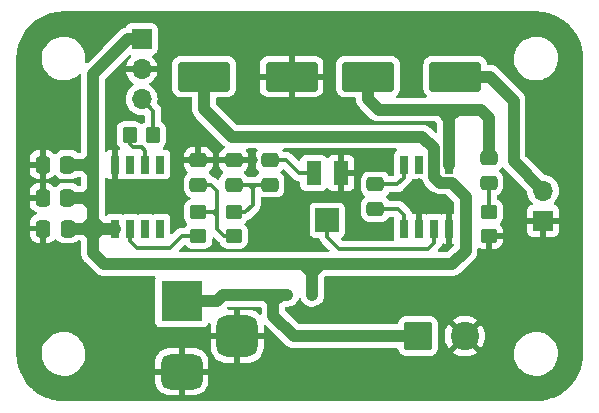
<source format=gbr>
%TF.GenerationSoftware,KiCad,Pcbnew,7.0.10*%
%TF.CreationDate,2024-03-02T17:10:40+01:00*%
%TF.ProjectId,explorer,6578706c-6f72-4657-922e-6b696361645f,rev?*%
%TF.SameCoordinates,Original*%
%TF.FileFunction,Copper,L1,Top*%
%TF.FilePolarity,Positive*%
%FSLAX46Y46*%
G04 Gerber Fmt 4.6, Leading zero omitted, Abs format (unit mm)*
G04 Created by KiCad (PCBNEW 7.0.10) date 2024-03-02 17:10:40*
%MOMM*%
%LPD*%
G01*
G04 APERTURE LIST*
G04 Aperture macros list*
%AMRoundRect*
0 Rectangle with rounded corners*
0 $1 Rounding radius*
0 $2 $3 $4 $5 $6 $7 $8 $9 X,Y pos of 4 corners*
0 Add a 4 corners polygon primitive as box body*
4,1,4,$2,$3,$4,$5,$6,$7,$8,$9,$2,$3,0*
0 Add four circle primitives for the rounded corners*
1,1,$1+$1,$2,$3*
1,1,$1+$1,$4,$5*
1,1,$1+$1,$6,$7*
1,1,$1+$1,$8,$9*
0 Add four rect primitives between the rounded corners*
20,1,$1+$1,$2,$3,$4,$5,0*
20,1,$1+$1,$4,$5,$6,$7,0*
20,1,$1+$1,$6,$7,$8,$9,0*
20,1,$1+$1,$8,$9,$2,$3,0*%
G04 Aperture macros list end*
%TA.AperFunction,SMDPad,CuDef*%
%ADD10RoundRect,0.250000X0.450000X-0.350000X0.450000X0.350000X-0.450000X0.350000X-0.450000X-0.350000X0*%
%TD*%
%TA.AperFunction,SMDPad,CuDef*%
%ADD11RoundRect,0.250000X0.475000X-0.337500X0.475000X0.337500X-0.475000X0.337500X-0.475000X-0.337500X0*%
%TD*%
%TA.AperFunction,ComponentPad*%
%ADD12R,3.500000X3.500000*%
%TD*%
%TA.AperFunction,ComponentPad*%
%ADD13RoundRect,0.750000X1.000000X-0.750000X1.000000X0.750000X-1.000000X0.750000X-1.000000X-0.750000X0*%
%TD*%
%TA.AperFunction,ComponentPad*%
%ADD14RoundRect,0.875000X0.875000X-0.875000X0.875000X0.875000X-0.875000X0.875000X-0.875000X-0.875000X0*%
%TD*%
%TA.AperFunction,SMDPad,CuDef*%
%ADD15RoundRect,0.250000X-1.950000X-1.000000X1.950000X-1.000000X1.950000X1.000000X-1.950000X1.000000X0*%
%TD*%
%TA.AperFunction,SMDPad,CuDef*%
%ADD16R,0.650000X1.525000*%
%TD*%
%TA.AperFunction,SMDPad,CuDef*%
%ADD17R,1.300000X2.000000*%
%TD*%
%TA.AperFunction,SMDPad,CuDef*%
%ADD18R,2.000000X2.000000*%
%TD*%
%TA.AperFunction,SMDPad,CuDef*%
%ADD19RoundRect,0.250000X-0.350000X-0.450000X0.350000X-0.450000X0.350000X0.450000X-0.350000X0.450000X0*%
%TD*%
%TA.AperFunction,ComponentPad*%
%ADD20R,1.700000X1.700000*%
%TD*%
%TA.AperFunction,ComponentPad*%
%ADD21O,1.700000X1.700000*%
%TD*%
%TA.AperFunction,ComponentPad*%
%ADD22RoundRect,0.250001X-0.949999X-0.949999X0.949999X-0.949999X0.949999X0.949999X-0.949999X0.949999X0*%
%TD*%
%TA.AperFunction,ComponentPad*%
%ADD23C,2.400000*%
%TD*%
%TA.AperFunction,SMDPad,CuDef*%
%ADD24RoundRect,0.250000X0.337500X0.475000X-0.337500X0.475000X-0.337500X-0.475000X0.337500X-0.475000X0*%
%TD*%
%TA.AperFunction,SMDPad,CuDef*%
%ADD25RoundRect,0.250000X-0.450000X0.350000X-0.450000X-0.350000X0.450000X-0.350000X0.450000X0.350000X0*%
%TD*%
%TA.AperFunction,SMDPad,CuDef*%
%ADD26RoundRect,0.112500X0.187500X0.112500X-0.187500X0.112500X-0.187500X-0.112500X0.187500X-0.112500X0*%
%TD*%
%TA.AperFunction,ViaPad*%
%ADD27C,0.800000*%
%TD*%
%TA.AperFunction,Conductor*%
%ADD28C,0.350000*%
%TD*%
%TA.AperFunction,Conductor*%
%ADD29C,0.300000*%
%TD*%
%TA.AperFunction,Conductor*%
%ADD30C,1.000000*%
%TD*%
G04 APERTURE END LIST*
D10*
%TO.P,R2,1*%
%TO.N,Net-(C1-Pad1)*%
X67300000Y58100000D03*
%TO.P,R2,2*%
%TO.N,/FILTER_OUT*%
X67300000Y60100000D03*
%TD*%
D11*
%TO.P,C2,1*%
%TO.N,/FILTER_OUT*%
X67300000Y62425000D03*
%TO.P,C2,2*%
%TO.N,GND*%
X67300000Y64500000D03*
%TD*%
%TO.P,C10,1*%
%TO.N,Net-(C10-Pad1)*%
X88900000Y62600000D03*
%TO.P,C10,2*%
%TO.N,/AUDIO_OUT*%
X88900000Y64675000D03*
%TD*%
D12*
%TO.P,J2,1,Pin_1*%
%TO.N,/PWR*%
X62900000Y52600000D03*
D13*
%TO.P,J2,2,Pin_2*%
%TO.N,GND*%
X62900000Y46600000D03*
D14*
%TO.P,J2,3,Pin_3*%
X67600000Y49600000D03*
%TD*%
D15*
%TO.P,C6,1*%
%TO.N,/AUDIO_OUT*%
X78664000Y71576000D03*
%TO.P,C6,2*%
%TO.N,/AUDIO_OUT_FILTER*%
X86064000Y71576000D03*
%TD*%
D10*
%TO.P,R1,1*%
%TO.N,/DAC_OUT*%
X64300000Y58100000D03*
%TO.P,R1,2*%
%TO.N,Net-(C1-Pad1)*%
X64300000Y60100000D03*
%TD*%
D16*
%TO.P,IC2,1,GAIN_1*%
%TO.N,Net-(IC2-GAIN_1)*%
X81724000Y58700000D03*
%TO.P,IC2,2,-INPUT*%
%TO.N,GND*%
X82994000Y58700000D03*
%TO.P,IC2,3,+INPUT*%
%TO.N,Net-(IC2-+INPUT)*%
X84264000Y58700000D03*
%TO.P,IC2,4,GND*%
%TO.N,GND*%
X85534000Y58700000D03*
%TO.P,IC2,5,VOUT*%
%TO.N,/AUDIO_OUT*%
X85534000Y64124000D03*
%TO.P,IC2,6,VS*%
%TO.N,VCC*%
X84264000Y64124000D03*
%TO.P,IC2,7,BYPASS*%
%TO.N,unconnected-(IC2-BYPASS-Pad7)*%
X82994000Y64124000D03*
%TO.P,IC2,8,GAIN_2*%
%TO.N,Net-(IC2-GAIN_2)*%
X81724000Y64124000D03*
%TD*%
D15*
%TO.P,C4,1*%
%TO.N,VCC*%
X64804000Y71576000D03*
%TO.P,C4,2*%
%TO.N,GND*%
X72204000Y71576000D03*
%TD*%
D16*
%TO.P,IC1,1,VDD*%
%TO.N,VCC*%
X57290000Y58700000D03*
%TO.P,IC1,2,PA6*%
%TO.N,/DAC_OUT*%
X58560000Y58700000D03*
%TO.P,IC1,3,PA7*%
%TO.N,unconnected-(IC1-PA7-Pad3)*%
X59830000Y58700000D03*
%TO.P,IC1,4,PA1*%
%TO.N,unconnected-(IC1-PA1-Pad4)*%
X61100000Y58700000D03*
%TO.P,IC1,5,PA2*%
%TO.N,unconnected-(IC1-PA2-Pad5)*%
X61100000Y64124000D03*
%TO.P,IC1,6,PA0/~{RESET}/UPDI*%
%TO.N,/PROG*%
X59830000Y64124000D03*
%TO.P,IC1,7,PA3/EXTCLK*%
%TO.N,unconnected-(IC1-PA3{slash}EXTCLK-Pad7)*%
X58560000Y64124000D03*
%TO.P,IC1,8,GND*%
%TO.N,GND*%
X57290000Y64124000D03*
%TD*%
D17*
%TO.P,RV1,1,1*%
%TO.N,Net-(C5-Pad2)*%
X74079000Y63412000D03*
D18*
%TO.P,RV1,2,2*%
%TO.N,Net-(IC2-+INPUT)*%
X75229000Y59412000D03*
D17*
%TO.P,RV1,3,3*%
%TO.N,GND*%
X76379000Y63412000D03*
%TD*%
D19*
%TO.P,R4,1*%
%TO.N,/PROG*%
X58488000Y66623000D03*
%TO.P,R4,2*%
%TO.N,Net-(JPROG1-Pin_3)*%
X60488000Y66623000D03*
%TD*%
D20*
%TO.P,JSPK1,1,Pin_1*%
%TO.N,GND*%
X93500000Y59376000D03*
D21*
%TO.P,JSPK1,2,Pin_2*%
%TO.N,/AUDIO_OUT_FILTER*%
X93500000Y61916000D03*
%TD*%
D22*
%TO.P,J1,1,Pin_1*%
%TO.N,/PWR*%
X82900000Y49600000D03*
D23*
%TO.P,J1,2,Pin_2*%
%TO.N,GND*%
X86860000Y49600000D03*
%TD*%
D24*
%TO.P,C8,1*%
%TO.N,VCC*%
X53195000Y61312000D03*
%TO.P,C8,2*%
%TO.N,GND*%
X51120000Y61312000D03*
%TD*%
D11*
%TO.P,C5,1*%
%TO.N,/FILTER_OUT*%
X70375000Y62425000D03*
%TO.P,C5,2*%
%TO.N,Net-(C5-Pad2)*%
X70375000Y64500000D03*
%TD*%
%TO.P,C3,1*%
%TO.N,Net-(IC2-GAIN_1)*%
X79300000Y60375000D03*
%TO.P,C3,2*%
%TO.N,Net-(IC2-GAIN_2)*%
X79300000Y62450000D03*
%TD*%
%TO.P,C1,1*%
%TO.N,Net-(C1-Pad1)*%
X64300000Y62425000D03*
%TO.P,C1,2*%
%TO.N,GND*%
X64300000Y64500000D03*
%TD*%
D20*
%TO.P,JPROG1,1,Pin_1*%
%TO.N,VCC*%
X59504000Y74751000D03*
D21*
%TO.P,JPROG1,2,Pin_2*%
%TO.N,GND*%
X59504000Y72211000D03*
%TO.P,JPROG1,3,Pin_3*%
%TO.N,Net-(JPROG1-Pin_3)*%
X59504000Y69671000D03*
%TD*%
D25*
%TO.P,R3,1*%
%TO.N,Net-(C10-Pad1)*%
X88900000Y60100000D03*
%TO.P,R3,2*%
%TO.N,GND*%
X88900000Y58100000D03*
%TD*%
D24*
%TO.P,C7,1*%
%TO.N,VCC*%
X53195000Y64112000D03*
%TO.P,C7,2*%
%TO.N,GND*%
X51120000Y64112000D03*
%TD*%
D26*
%TO.P,D1,1,K*%
%TO.N,VCC*%
X73950000Y53100000D03*
%TO.P,D1,2,A*%
%TO.N,/PWR*%
X71850000Y53100000D03*
%TD*%
D24*
%TO.P,C9,1*%
%TO.N,VCC*%
X53232500Y58712000D03*
%TO.P,C9,2*%
%TO.N,GND*%
X51157500Y58712000D03*
%TD*%
D27*
%TO.N,GND*%
X60600000Y60800000D03*
X57800000Y60800000D03*
X60600000Y62000000D03*
X57800000Y62000000D03*
X59200000Y62000000D03*
X65800000Y64500000D03*
X59200000Y60800000D03*
X49700000Y61300000D03*
X81729000Y61416000D03*
X82999000Y62559000D03*
X62700000Y64500000D03*
X85539000Y60400000D03*
X84269000Y60400000D03*
X49700000Y58700000D03*
X82999000Y61416000D03*
X68900000Y64500000D03*
X49700000Y64100000D03*
X84269000Y61416000D03*
X82999000Y60400000D03*
%TD*%
D28*
%TO.N,Net-(C1-Pad1)*%
X65600000Y60090400D02*
X65600000Y60100000D01*
X65900000Y60100000D02*
X65900000Y60400000D01*
X65900000Y61900000D02*
X65375000Y62425000D01*
X65600000Y60100000D02*
X65900000Y60400000D01*
X65375000Y62425000D02*
X64300000Y62425000D01*
X65600000Y60090400D02*
X65900000Y59790400D01*
X66500000Y58100000D02*
X65900000Y58700000D01*
X65600000Y60100000D02*
X65900000Y60100000D01*
X65900000Y58700000D02*
X65900000Y59790400D01*
X64300000Y60100000D02*
X65600000Y60100000D01*
X65900000Y59790400D02*
X65900000Y60100000D01*
X65900000Y60400000D02*
X65900000Y61900000D01*
X67300000Y58100000D02*
X66500000Y58100000D01*
D29*
%TO.N,GND*%
X82999000Y58705000D02*
X82994000Y58700000D01*
X82999000Y60400000D02*
X82999000Y58705000D01*
D28*
%TO.N,/FILTER_OUT*%
X68895000Y62127200D02*
X68597200Y62425000D01*
X68900000Y60700000D02*
X68300000Y60100000D01*
X68900000Y62425000D02*
X68900000Y62127200D01*
X68900000Y62425000D02*
X69206800Y62425000D01*
X68909000Y62127200D02*
X68895000Y62127200D01*
X68909000Y62127200D02*
X69206800Y62425000D01*
X68900000Y62127200D02*
X68909000Y62127200D01*
X67300000Y62425000D02*
X68597200Y62425000D01*
X68300000Y60100000D02*
X67300000Y60100000D01*
X69206800Y62425000D02*
X70375000Y62425000D01*
X68597200Y62425000D02*
X68900000Y62425000D01*
X68900000Y62127200D02*
X68900000Y60700000D01*
%TO.N,Net-(IC2-GAIN_1)*%
X81225000Y60375000D02*
X81724000Y59876000D01*
X81724000Y59876000D02*
X81724000Y58700000D01*
X79300000Y60375000D02*
X81225000Y60375000D01*
%TO.N,Net-(IC2-GAIN_2)*%
X81724000Y63024000D02*
X81724000Y64124000D01*
X81150000Y62450000D02*
X81724000Y63024000D01*
X79300000Y62450000D02*
X81150000Y62450000D01*
%TO.N,Net-(C5-Pad2)*%
X72838000Y63412000D02*
X74079000Y63412000D01*
X70375000Y64500000D02*
X71750000Y64500000D01*
X71750000Y64500000D02*
X72838000Y63412000D01*
D30*
%TO.N,VCC*%
X53195000Y61312000D02*
X54678000Y61312000D01*
X54678000Y61312000D02*
X55395000Y61312000D01*
X85800000Y55700000D02*
X86936000Y56836000D01*
X54783000Y61312000D02*
X55395000Y61924000D01*
X73950000Y54950000D02*
X73950000Y55650000D01*
X54797000Y58712000D02*
X55395000Y58114000D01*
X56202000Y58700000D02*
X57290000Y58700000D01*
X73150000Y55700000D02*
X72712000Y55700000D01*
X54789000Y64112000D02*
X55395000Y64718000D01*
X85752000Y62600000D02*
X84736000Y62600000D01*
X55395000Y61924000D02*
X55395000Y63448000D01*
X55395000Y58712000D02*
X55407000Y58700000D01*
X84264000Y65495250D02*
X83263250Y66496000D01*
X56330000Y55700000D02*
X55395000Y56635000D01*
X74650000Y55650000D02*
X74650000Y55700000D01*
X84736000Y62600000D02*
X84264000Y63072000D01*
X72712000Y55700000D02*
X71899200Y55700000D01*
X54678000Y61312000D02*
X54783000Y61312000D01*
X54731000Y64112000D02*
X54789000Y64112000D01*
X54678000Y64112000D02*
X54731000Y64112000D01*
X54678000Y58712000D02*
X55395000Y58712000D01*
X86936000Y56836000D02*
X86936000Y61416000D01*
X86936000Y61416000D02*
X85752000Y62600000D01*
X71899200Y55700000D02*
X56330000Y55700000D01*
X73575600Y55700000D02*
X73150000Y55700000D01*
X53195000Y64112000D02*
X54678000Y64112000D01*
X54737000Y61312000D02*
X55395000Y60654000D01*
X54678000Y58712000D02*
X54797000Y58712000D01*
X55395000Y59384000D02*
X55395000Y60654000D01*
X55395000Y64718000D02*
X55395000Y71785000D01*
X73900000Y55700000D02*
X73575600Y55700000D01*
X53232500Y58712000D02*
X54678000Y58712000D01*
X55395000Y56635000D02*
X55395000Y58114000D01*
X73950000Y53100000D02*
X73950000Y54950000D01*
X54731000Y64112000D02*
X55395000Y63448000D01*
X73900000Y54950000D02*
X73150000Y55700000D01*
X55395000Y71785000D02*
X58361000Y74751000D01*
X55395000Y63448000D02*
X55395000Y64112000D01*
X55395000Y61312000D02*
X55395000Y61924000D01*
X54678000Y64112000D02*
X55395000Y64112000D01*
X64804000Y68816000D02*
X64804000Y71576000D01*
X67124000Y66496000D02*
X64804000Y68816000D01*
X56079000Y58700000D02*
X55395000Y59384000D01*
X55395000Y58114000D02*
X55395000Y58712000D01*
X56079000Y58700000D02*
X55981000Y58700000D01*
X85800000Y55700000D02*
X74650000Y55700000D01*
X56202000Y58700000D02*
X56079000Y58700000D01*
X55981000Y58700000D02*
X55395000Y58114000D01*
X73950000Y54950000D02*
X74650000Y55650000D01*
X74650000Y55700000D02*
X73900000Y55700000D01*
X54797000Y58712000D02*
X54797000Y58786000D01*
X55395000Y64112000D02*
X55395000Y64718000D01*
X58361000Y74751000D02*
X59504000Y74751000D01*
X55395000Y60654000D02*
X55395000Y61312000D01*
X73950000Y54950000D02*
X73900000Y54950000D01*
X73950000Y55650000D02*
X73900000Y55700000D01*
X54797000Y58786000D02*
X55395000Y59384000D01*
X55407000Y58700000D02*
X56202000Y58700000D01*
X84264000Y64124000D02*
X84264000Y65495250D01*
X55395000Y58712000D02*
X55395000Y59384000D01*
X84264000Y63072000D02*
X84264000Y64124000D01*
X54678000Y61312000D02*
X54737000Y61312000D01*
X83263250Y66496000D02*
X67124000Y66496000D01*
D28*
%TO.N,Net-(C10-Pad1)*%
X88900000Y60100000D02*
X88900000Y62600000D01*
%TO.N,/DAC_OUT*%
X59100000Y57100000D02*
X61919000Y57100000D01*
X62919000Y58100000D02*
X64300000Y58100000D01*
X58560000Y57640000D02*
X59100000Y57100000D01*
X58560000Y58700000D02*
X58560000Y57640000D01*
X61919000Y57100000D02*
X62919000Y58100000D01*
%TO.N,Net-(IC2-+INPUT)*%
X84264000Y57514000D02*
X84264000Y58700000D01*
X83750000Y57000000D02*
X84264000Y57514000D01*
X76250000Y57000000D02*
X83750000Y57000000D01*
X75229000Y59412000D02*
X75229000Y58021000D01*
X75229000Y58021000D02*
X76250000Y57000000D01*
D30*
%TO.N,/PWR*%
X70010000Y53100000D02*
X69990000Y53100000D01*
X71310000Y53100000D02*
X70660000Y53100000D01*
X70660000Y51340000D02*
X70660000Y52450000D01*
X66400000Y53100000D02*
X65900000Y52600000D01*
X70660000Y53100000D02*
X69990000Y53100000D01*
X72400000Y49600000D02*
X70660000Y51340000D01*
X70660000Y52450000D02*
X71310000Y53100000D01*
X70660000Y52450000D02*
X70010000Y53100000D01*
X69990000Y53100000D02*
X66400000Y53100000D01*
X65900000Y52600000D02*
X62900000Y52600000D01*
X71850000Y53100000D02*
X71310000Y53100000D01*
X82900000Y49600000D02*
X72400000Y49600000D01*
X70660000Y52450000D02*
X70660000Y53100000D01*
%TO.N,/AUDIO_OUT_FILTER*%
X88968000Y71576000D02*
X91000000Y69544000D01*
X91000000Y64416000D02*
X93500000Y61916000D01*
X91000000Y69544000D02*
X91000000Y64416000D01*
X86064000Y71576000D02*
X88968000Y71576000D01*
%TO.N,/AUDIO_OUT*%
X85534000Y68020000D02*
X85534000Y68142000D01*
X84904000Y68782000D02*
X84904000Y68650000D01*
X85534000Y64124000D02*
X85534000Y68020000D01*
X85412000Y68782000D02*
X86174000Y68782000D01*
X85534000Y68142000D02*
X86174000Y68782000D01*
X86174000Y68782000D02*
X88206000Y68782000D01*
X78664000Y71576000D02*
X78664000Y69688000D01*
X84904000Y68650000D02*
X85534000Y68020000D01*
X85534000Y68020000D02*
X85534000Y68660000D01*
X84904000Y68782000D02*
X85412000Y68782000D01*
X78664000Y69688000D02*
X79570000Y68782000D01*
X88206000Y68782000D02*
X88900000Y68088000D01*
X79570000Y68782000D02*
X84904000Y68782000D01*
X88900000Y68088000D02*
X88900000Y64675000D01*
X85534000Y68660000D02*
X85412000Y68782000D01*
D28*
%TO.N,Net-(JPROG1-Pin_3)*%
X60488000Y66623000D02*
X60488000Y68687000D01*
X60488000Y68687000D02*
X59504000Y69671000D01*
%TO.N,/PROG*%
X59830000Y65281000D02*
X59830000Y64124000D01*
X59504000Y65607000D02*
X59830000Y65281000D01*
X58742000Y65607000D02*
X59504000Y65607000D01*
X58488000Y66623000D02*
X58488000Y65861000D01*
X58488000Y65861000D02*
X58742000Y65607000D01*
%TD*%
%TA.AperFunction,Conductor*%
%TO.N,GND*%
G36*
X69602539Y52079815D02*
G01*
X69648294Y52027011D01*
X69659500Y51975500D01*
X69659500Y51541437D01*
X69639815Y51474398D01*
X69587011Y51428643D01*
X69517853Y51418699D01*
X69454873Y51447460D01*
X69454815Y51447392D01*
X69454568Y51447600D01*
X69454297Y51447724D01*
X69453107Y51448831D01*
X69271848Y51601655D01*
X69271841Y51601660D01*
X69069975Y51720120D01*
X68850987Y51802762D01*
X68621190Y51847205D01*
X68568617Y51849998D01*
X68568578Y51849999D01*
X67850000Y51849999D01*
X67850000Y51033686D01*
X67809844Y51059493D01*
X67671889Y51100000D01*
X67528111Y51100000D01*
X67390156Y51059493D01*
X67350000Y51033686D01*
X67350000Y51849999D01*
X66864282Y51849999D01*
X66797243Y51869684D01*
X66751488Y51922488D01*
X66741544Y51991646D01*
X66770569Y52055202D01*
X66776601Y52061680D01*
X66778102Y52063181D01*
X66839425Y52096666D01*
X66865783Y52099500D01*
X69535500Y52099500D01*
X69602539Y52079815D01*
G37*
%TD.AperFunction*%
%TA.AperFunction,Conductor*%
G36*
X81071836Y65475815D02*
G01*
X81117591Y65423011D01*
X81127535Y65353853D01*
X81098510Y65290297D01*
X81079112Y65272237D01*
X81041454Y65244046D01*
X81040715Y65243059D01*
X80955206Y65128835D01*
X80955202Y65128828D01*
X80904908Y64993982D01*
X80898501Y64934383D01*
X80898501Y64934376D01*
X80898500Y64934364D01*
X80898500Y63313629D01*
X80898501Y63313627D01*
X80903623Y63265977D01*
X80903970Y63262754D01*
X80891563Y63193994D01*
X80843952Y63142858D01*
X80780680Y63125500D01*
X80517508Y63125500D01*
X80450469Y63145185D01*
X80411969Y63184403D01*
X80367712Y63256156D01*
X80243656Y63380212D01*
X80094334Y63472314D01*
X79927797Y63527499D01*
X79825009Y63538000D01*
X78774992Y63537999D01*
X78774984Y63537998D01*
X78774980Y63537998D01*
X78698732Y63530209D01*
X78672203Y63527499D01*
X78505666Y63472314D01*
X78356344Y63380212D01*
X78232288Y63256156D01*
X78140186Y63106834D01*
X78085001Y62940297D01*
X78085001Y62940295D01*
X78085000Y62940295D01*
X78074500Y62837516D01*
X78074500Y62062498D01*
X78074501Y62062480D01*
X78085000Y61959703D01*
X78085001Y61959700D01*
X78140185Y61793168D01*
X78140187Y61793163D01*
X78232289Y61643842D01*
X78356346Y61519785D01*
X78359182Y61518037D01*
X78360717Y61516329D01*
X78362011Y61515307D01*
X78361836Y61515085D01*
X78405905Y61466089D01*
X78417126Y61397126D01*
X78389282Y61333044D01*
X78359182Y61306963D01*
X78356346Y61305214D01*
X78356344Y61305212D01*
X78232288Y61181156D01*
X78203705Y61134815D01*
X78142563Y61035687D01*
X78140186Y61031834D01*
X78085001Y60865297D01*
X78085001Y60865295D01*
X78085000Y60865295D01*
X78074500Y60762516D01*
X78074500Y59987498D01*
X78074501Y59987480D01*
X78085000Y59884703D01*
X78085001Y59884700D01*
X78140185Y59718168D01*
X78140187Y59718163D01*
X78232289Y59568842D01*
X78356342Y59444789D01*
X78505663Y59352687D01*
X78505668Y59352685D01*
X78544562Y59339797D01*
X78672203Y59297501D01*
X78672204Y59297500D01*
X78774989Y59287000D01*
X78774991Y59287000D01*
X79825001Y59287000D01*
X79825019Y59287001D01*
X79927796Y59297500D01*
X79927799Y59297501D01*
X80094331Y59352685D01*
X80094334Y59352686D01*
X80243656Y59444788D01*
X80367712Y59568844D01*
X80411970Y59640597D01*
X80463917Y59687321D01*
X80517508Y59699500D01*
X80780788Y59699500D01*
X80847827Y59679815D01*
X80893582Y59627011D01*
X80904077Y59562244D01*
X80898500Y59510381D01*
X80898500Y57889629D01*
X80898501Y57889623D01*
X80904909Y57830013D01*
X80905381Y57828017D01*
X80905295Y57826420D01*
X80905738Y57822304D01*
X80905070Y57822232D01*
X80901642Y57758248D01*
X80860776Y57701575D01*
X80795758Y57675994D01*
X80784705Y57675500D01*
X76581163Y57675500D01*
X76514124Y57695185D01*
X76493487Y57711813D01*
X76436950Y57768349D01*
X76403468Y57829667D01*
X76408451Y57899359D01*
X76450322Y57955293D01*
X76465203Y57964857D01*
X76471332Y57968204D01*
X76586544Y58054452D01*
X76586547Y58054455D01*
X76672793Y58169664D01*
X76672797Y58169671D01*
X76723091Y58304517D01*
X76727981Y58350000D01*
X76729500Y58364127D01*
X76729499Y60459872D01*
X76723091Y60519483D01*
X76672796Y60654331D01*
X76586546Y60769546D01*
X76471331Y60855796D01*
X76336483Y60906091D01*
X76276873Y60912500D01*
X74181128Y60912499D01*
X74132757Y60907299D01*
X74121516Y60906091D01*
X73986671Y60855797D01*
X73986664Y60855793D01*
X73871455Y60769547D01*
X73871452Y60769544D01*
X73785206Y60654335D01*
X73785202Y60654328D01*
X73734908Y60519482D01*
X73729384Y60468093D01*
X73728501Y60459876D01*
X73728500Y60459864D01*
X73728500Y58364129D01*
X73728501Y58364123D01*
X73734908Y58304516D01*
X73785202Y58169671D01*
X73785206Y58169664D01*
X73871452Y58054455D01*
X73871455Y58054452D01*
X73986664Y57968206D01*
X73986671Y57968202D01*
X74121517Y57917908D01*
X74121516Y57917908D01*
X74181116Y57911501D01*
X74181119Y57911500D01*
X74181127Y57911500D01*
X74459148Y57911500D01*
X74526187Y57891815D01*
X74571942Y57839011D01*
X74577532Y57824394D01*
X74579348Y57818564D01*
X74603102Y57765781D01*
X74605965Y57758869D01*
X74626482Y57704774D01*
X74626484Y57704770D01*
X74631808Y57697056D01*
X74642824Y57677525D01*
X74646674Y57668970D01*
X74682363Y57623417D01*
X74686800Y57617387D01*
X74719667Y57569772D01*
X74719669Y57569769D01*
X74762972Y57531406D01*
X74768424Y57526273D01*
X75382518Y56912181D01*
X75416003Y56850858D01*
X75411019Y56781167D01*
X75369148Y56725233D01*
X75303683Y56700816D01*
X75294837Y56700500D01*
X74678500Y56700500D01*
X74672221Y56700658D01*
X74599064Y56704369D01*
X74585141Y56702236D01*
X74583143Y56701930D01*
X74564367Y56700500D01*
X73942759Y56700500D01*
X73933344Y56700857D01*
X73874524Y56705337D01*
X73858797Y56703334D01*
X73844349Y56701494D01*
X73828682Y56700500D01*
X73192759Y56700500D01*
X73183344Y56700857D01*
X73124524Y56705337D01*
X73108797Y56703334D01*
X73094349Y56701494D01*
X73078682Y56700500D01*
X62774163Y56700500D01*
X62707124Y56720185D01*
X62661369Y56772989D01*
X62651425Y56842147D01*
X62680450Y56905703D01*
X62686482Y56912181D01*
X63069724Y57295423D01*
X63131047Y57328908D01*
X63200739Y57323924D01*
X63254668Y57284657D01*
X63257287Y57281344D01*
X63381342Y57157289D01*
X63530663Y57065187D01*
X63530668Y57065185D01*
X63614670Y57037349D01*
X63697203Y57010001D01*
X63697204Y57010000D01*
X63799989Y56999500D01*
X63799991Y56999500D01*
X64800001Y56999500D01*
X64800019Y56999501D01*
X64902796Y57010000D01*
X64902799Y57010001D01*
X65069331Y57065185D01*
X65069334Y57065186D01*
X65070082Y57065647D01*
X65147617Y57113471D01*
X65218656Y57157288D01*
X65342712Y57281344D01*
X65434814Y57430666D01*
X65489999Y57597203D01*
X65500500Y57699991D01*
X65500499Y57844837D01*
X65520183Y57911875D01*
X65572987Y57957630D01*
X65642145Y57967574D01*
X65705701Y57938549D01*
X65712180Y57932517D01*
X66005273Y57639424D01*
X66010406Y57633972D01*
X66048769Y57590669D01*
X66048771Y57590667D01*
X66096380Y57557805D01*
X66102315Y57553442D01*
X66102723Y57553123D01*
X66143411Y57496323D01*
X66144051Y57494443D01*
X66165184Y57430668D01*
X66257289Y57281342D01*
X66381342Y57157289D01*
X66530663Y57065187D01*
X66530668Y57065185D01*
X66614670Y57037349D01*
X66697203Y57010001D01*
X66697204Y57010000D01*
X66799989Y56999500D01*
X66799991Y56999500D01*
X67800001Y56999500D01*
X67800019Y56999501D01*
X67902796Y57010000D01*
X67902799Y57010001D01*
X68069331Y57065185D01*
X68069334Y57065186D01*
X68070082Y57065647D01*
X68147617Y57113471D01*
X68218656Y57157288D01*
X68342712Y57281344D01*
X68434814Y57430666D01*
X68489999Y57597203D01*
X68500500Y57699991D01*
X68500499Y58500008D01*
X68489999Y58602797D01*
X68434814Y58769334D01*
X68342712Y58918656D01*
X68249049Y59012319D01*
X68215564Y59073642D01*
X68220548Y59143334D01*
X68249049Y59187681D01*
X68342710Y59281342D01*
X68342712Y59281344D01*
X68410936Y59391954D01*
X68462884Y59438678D01*
X68494115Y59448824D01*
X68497428Y59449431D01*
X68502441Y59450350D01*
X68555200Y59474095D01*
X68562117Y59476960D01*
X68616224Y59497481D01*
X68616225Y59497481D01*
X68623938Y59502805D01*
X68643476Y59513824D01*
X68652023Y59517671D01*
X68652025Y59517672D01*
X68652028Y59517674D01*
X68697592Y59553372D01*
X68703589Y59557785D01*
X68751229Y59590668D01*
X68789608Y59633989D01*
X68794727Y59639426D01*
X69360572Y60205271D01*
X69366010Y60210391D01*
X69409332Y60248771D01*
X69426627Y60273827D01*
X69442201Y60296390D01*
X69446641Y60302424D01*
X69482326Y60347971D01*
X69486171Y60356515D01*
X69497198Y60376066D01*
X69502514Y60383768D01*
X69502518Y60383774D01*
X69519899Y60429602D01*
X69523040Y60437883D01*
X69525905Y60444801D01*
X69549649Y60497559D01*
X69549650Y60497561D01*
X69551338Y60506776D01*
X69557364Y60528391D01*
X69560688Y60537155D01*
X69567665Y60594617D01*
X69568784Y60601977D01*
X69579219Y60658915D01*
X69575725Y60716664D01*
X69575500Y60724150D01*
X69575500Y61232677D01*
X69595185Y61299716D01*
X69647989Y61345471D01*
X69717147Y61355415D01*
X69738497Y61350385D01*
X69747197Y61347502D01*
X69747204Y61347500D01*
X69849989Y61337000D01*
X69849991Y61337000D01*
X70900001Y61337000D01*
X70900019Y61337001D01*
X71002796Y61347500D01*
X71002799Y61347501D01*
X71169331Y61402685D01*
X71169334Y61402686D01*
X71174500Y61405872D01*
X71249828Y61452335D01*
X71318656Y61494788D01*
X71442712Y61618844D01*
X71534814Y61768166D01*
X71589999Y61934703D01*
X71600500Y62037491D01*
X71600499Y62812508D01*
X71598745Y62829674D01*
X71589999Y62915296D01*
X71589998Y62915299D01*
X71534814Y63081834D01*
X71442712Y63231156D01*
X71318656Y63355212D01*
X71315819Y63356961D01*
X71314283Y63358669D01*
X71312989Y63359693D01*
X71313163Y63359914D01*
X71269096Y63408906D01*
X71257872Y63477868D01*
X71285713Y63541951D01*
X71315817Y63568037D01*
X71318656Y63569788D01*
X71434101Y63685233D01*
X71495424Y63718718D01*
X71565116Y63713734D01*
X71609463Y63685233D01*
X72343281Y62951415D01*
X72348414Y62945963D01*
X72386769Y62902669D01*
X72386772Y62902667D01*
X72434377Y62869807D01*
X72440405Y62865371D01*
X72485970Y62829674D01*
X72494525Y62825824D01*
X72514056Y62814808D01*
X72521770Y62809484D01*
X72521774Y62809482D01*
X72575869Y62788965D01*
X72582781Y62786102D01*
X72635560Y62762350D01*
X72640259Y62761488D01*
X72644778Y62760660D01*
X72666381Y62754639D01*
X72675155Y62751311D01*
X72732613Y62744334D01*
X72740011Y62743207D01*
X72796908Y62732781D01*
X72796923Y62732780D01*
X72797028Y62732787D01*
X72797102Y62732769D01*
X72804405Y62732328D01*
X72804331Y62731113D01*
X72865132Y62717178D01*
X72913986Y62667227D01*
X72928501Y62609012D01*
X72928501Y62364123D01*
X72934908Y62304516D01*
X72985202Y62169671D01*
X72985206Y62169664D01*
X73071452Y62054455D01*
X73071455Y62054452D01*
X73186664Y61968206D01*
X73186671Y61968202D01*
X73321517Y61917908D01*
X73321516Y61917908D01*
X73381116Y61911501D01*
X73381119Y61911500D01*
X73381127Y61911500D01*
X73381134Y61911500D01*
X73381135Y61911500D01*
X74776870Y61911500D01*
X74776876Y61911501D01*
X74836483Y61917908D01*
X74971328Y61968202D01*
X74971335Y61968206D01*
X75086544Y62054452D01*
X75086544Y62054453D01*
X75086546Y62054454D01*
X75118064Y62096556D01*
X75130046Y62112562D01*
X75185980Y62154432D01*
X75255672Y62159416D01*
X75316994Y62125930D01*
X75328578Y62112562D01*
X75371812Y62054809D01*
X75486906Y61968649D01*
X75486913Y61968645D01*
X75621620Y61918403D01*
X75621627Y61918401D01*
X75681155Y61912000D01*
X76129000Y61912000D01*
X76129000Y63162000D01*
X76629000Y63162000D01*
X76629000Y61912000D01*
X77076844Y61912000D01*
X77136372Y61918401D01*
X77136379Y61918403D01*
X77271086Y61968645D01*
X77271093Y61968649D01*
X77386187Y62054809D01*
X77386190Y62054812D01*
X77472350Y62169906D01*
X77472354Y62169913D01*
X77522596Y62304620D01*
X77522598Y62304627D01*
X77528999Y62364155D01*
X77529000Y62364172D01*
X77529000Y63162000D01*
X76629000Y63162000D01*
X76129000Y63162000D01*
X76129000Y64912000D01*
X76629000Y64912000D01*
X76629000Y63662000D01*
X77529000Y63662000D01*
X77529000Y64459827D01*
X77528999Y64459844D01*
X77522598Y64519372D01*
X77522596Y64519379D01*
X77472354Y64654086D01*
X77472350Y64654093D01*
X77386190Y64769187D01*
X77386187Y64769190D01*
X77271093Y64855350D01*
X77271086Y64855354D01*
X77136379Y64905596D01*
X77136372Y64905598D01*
X77076844Y64911999D01*
X77076828Y64912000D01*
X76629000Y64912000D01*
X76129000Y64912000D01*
X75681172Y64912000D01*
X75681155Y64911999D01*
X75621627Y64905598D01*
X75621620Y64905596D01*
X75486913Y64855354D01*
X75486906Y64855350D01*
X75371812Y64769190D01*
X75371809Y64769187D01*
X75328578Y64711438D01*
X75272645Y64669567D01*
X75202953Y64664583D01*
X75141630Y64698069D01*
X75130049Y64711432D01*
X75086546Y64769546D01*
X74971331Y64855796D01*
X74836483Y64906091D01*
X74776873Y64912500D01*
X73381128Y64912499D01*
X73332757Y64907299D01*
X73321516Y64906091D01*
X73186671Y64855797D01*
X73186664Y64855793D01*
X73071455Y64769547D01*
X73071452Y64769544D01*
X72985206Y64654335D01*
X72985202Y64654328D01*
X72934669Y64518842D01*
X72892798Y64462908D01*
X72827333Y64438491D01*
X72759060Y64453343D01*
X72730808Y64474491D01*
X72244711Y64960588D01*
X72239609Y64966008D01*
X72201229Y65009332D01*
X72153603Y65042204D01*
X72147577Y65046639D01*
X72143206Y65050064D01*
X72102028Y65082326D01*
X72093480Y65086172D01*
X72073935Y65097197D01*
X72066227Y65102517D01*
X72066226Y65102518D01*
X72012122Y65123036D01*
X72005208Y65125901D01*
X71954285Y65148819D01*
X71952439Y65149650D01*
X71943221Y65151338D01*
X71921605Y65157365D01*
X71912845Y65160688D01*
X71855396Y65167663D01*
X71847997Y65168789D01*
X71791085Y65179219D01*
X71791082Y65179218D01*
X71791082Y65179219D01*
X71742362Y65176271D01*
X71733334Y65175725D01*
X71725849Y65175500D01*
X71592508Y65175500D01*
X71525469Y65195185D01*
X71486969Y65234403D01*
X71485676Y65236500D01*
X71442712Y65306156D01*
X71442710Y65306157D01*
X71442559Y65306403D01*
X71424119Y65373796D01*
X71445042Y65440459D01*
X71498683Y65485229D01*
X71548098Y65495500D01*
X81004797Y65495500D01*
X81071836Y65475815D01*
G37*
%TD.AperFunction*%
%TA.AperFunction,Conductor*%
G36*
X82527086Y62880250D02*
G01*
X82561514Y62867409D01*
X82561516Y62867408D01*
X82621116Y62861001D01*
X82621119Y62861000D01*
X82621127Y62861000D01*
X83186922Y62861000D01*
X83253961Y62841315D01*
X83299716Y62788511D01*
X83302077Y62782992D01*
X83319022Y62740565D01*
X83322179Y62731698D01*
X83339840Y62675414D01*
X83339842Y62675410D01*
X83354605Y62648811D01*
X83361336Y62634638D01*
X83372623Y62606382D01*
X83372625Y62606378D01*
X83405086Y62557122D01*
X83409965Y62549069D01*
X83438588Y62497501D01*
X83458408Y62474413D01*
X83467852Y62461887D01*
X83484594Y62436485D01*
X83484600Y62436478D01*
X83526302Y62394775D01*
X83532702Y62387870D01*
X83571134Y62343104D01*
X83595195Y62324479D01*
X83606970Y62314107D01*
X84018434Y61902644D01*
X84020626Y61900397D01*
X84070927Y61847481D01*
X84080942Y61836946D01*
X84129361Y61803245D01*
X84136882Y61797574D01*
X84182592Y61760302D01*
X84182598Y61760298D01*
X84209568Y61746209D01*
X84222983Y61738082D01*
X84247955Y61720702D01*
X84302165Y61697438D01*
X84310672Y61693398D01*
X84362952Y61666090D01*
X84392201Y61657720D01*
X84406979Y61652459D01*
X84434943Y61640459D01*
X84470787Y61633093D01*
X84492723Y61628585D01*
X84501860Y61626342D01*
X84558577Y61610113D01*
X84579678Y61608506D01*
X84588928Y61607801D01*
X84604466Y61605622D01*
X84634258Y61599500D01*
X84634259Y61599500D01*
X84693241Y61599500D01*
X84702655Y61599142D01*
X84705173Y61598950D01*
X84761475Y61594662D01*
X84791651Y61598506D01*
X84807318Y61599500D01*
X85286217Y61599500D01*
X85353256Y61579815D01*
X85373898Y61563181D01*
X85899181Y61037898D01*
X85932666Y60976575D01*
X85935500Y60950217D01*
X85935500Y60086500D01*
X85915815Y60019461D01*
X85863011Y59973706D01*
X85811500Y59962500D01*
X85784000Y59962500D01*
X85784000Y57437500D01*
X85811500Y57437500D01*
X85878539Y57417815D01*
X85924294Y57365011D01*
X85935500Y57313500D01*
X85935500Y57301782D01*
X85915815Y57234743D01*
X85899181Y57214101D01*
X85421899Y56736819D01*
X85360576Y56703334D01*
X85334218Y56700500D01*
X84705163Y56700500D01*
X84638124Y56720185D01*
X84592369Y56772989D01*
X84582425Y56842147D01*
X84611450Y56905703D01*
X84617482Y56912181D01*
X84724572Y57019271D01*
X84730010Y57024391D01*
X84773332Y57062771D01*
X84773333Y57062772D01*
X84806201Y57110390D01*
X84810641Y57116424D01*
X84846326Y57161971D01*
X84850171Y57170515D01*
X84861198Y57190066D01*
X84866514Y57197768D01*
X84866518Y57197774D01*
X84880539Y57234743D01*
X84887040Y57251883D01*
X84889905Y57258801D01*
X84913649Y57311559D01*
X84913650Y57311561D01*
X84915338Y57320776D01*
X84921364Y57342391D01*
X84924688Y57351155D01*
X84924688Y57351157D01*
X84924689Y57351159D01*
X84926485Y57358443D01*
X84928919Y57357842D01*
X84951772Y57410953D01*
X85009703Y57450014D01*
X85079556Y57451554D01*
X85090582Y57448019D01*
X85101614Y57443904D01*
X85101627Y57443901D01*
X85161155Y57437500D01*
X85284000Y57437500D01*
X85284000Y59962500D01*
X85161172Y59962500D01*
X85161155Y59962499D01*
X85101627Y59956098D01*
X85101623Y59956097D01*
X84966904Y59905849D01*
X84959123Y59901601D01*
X84957343Y59904860D01*
X84908374Y59886546D01*
X84840087Y59901336D01*
X84838239Y59902523D01*
X84831335Y59906293D01*
X84831331Y59906296D01*
X84696483Y59956591D01*
X84636873Y59963000D01*
X83891128Y59962999D01*
X83842757Y59957799D01*
X83831516Y59956591D01*
X83696670Y59906297D01*
X83688888Y59902047D01*
X83687211Y59905116D01*
X83637495Y59886543D01*
X83569215Y59901358D01*
X83568622Y59901739D01*
X83561093Y59905850D01*
X83426376Y59956097D01*
X83426372Y59956098D01*
X83366844Y59962499D01*
X83366828Y59962500D01*
X83244000Y59962500D01*
X83244000Y58574000D01*
X83224315Y58506961D01*
X83171511Y58461206D01*
X83120000Y58450000D01*
X82868000Y58450000D01*
X82800961Y58469685D01*
X82755206Y58522489D01*
X82744000Y58574000D01*
X82744000Y59962500D01*
X82621172Y59962500D01*
X82621155Y59962499D01*
X82561627Y59956098D01*
X82561618Y59956096D01*
X82548685Y59951272D01*
X82478994Y59946285D01*
X82417669Y59979768D01*
X82388139Y60032124D01*
X82387351Y60031825D01*
X82385383Y60037010D01*
X82384951Y60037778D01*
X82384688Y60038844D01*
X82381369Y60047594D01*
X82375337Y60069232D01*
X82374542Y60073571D01*
X82373650Y60078439D01*
X82349900Y60131208D01*
X82347041Y60138110D01*
X82326518Y60192226D01*
X82321197Y60199935D01*
X82310172Y60219480D01*
X82306326Y60228028D01*
X82270638Y60273578D01*
X82266204Y60279603D01*
X82233332Y60327229D01*
X82190008Y60365609D01*
X82184588Y60370711D01*
X81719711Y60835588D01*
X81714609Y60841008D01*
X81676229Y60884332D01*
X81628603Y60917204D01*
X81622577Y60921639D01*
X81577028Y60957326D01*
X81568480Y60961172D01*
X81548935Y60972197D01*
X81541227Y60977517D01*
X81541226Y60977518D01*
X81487122Y60998036D01*
X81480208Y61000901D01*
X81454335Y61012544D01*
X81427439Y61024650D01*
X81418221Y61026338D01*
X81396605Y61032365D01*
X81387845Y61035688D01*
X81330396Y61042663D01*
X81322997Y61043789D01*
X81266085Y61054219D01*
X81266082Y61054218D01*
X81266082Y61054219D01*
X81217362Y61051271D01*
X81208334Y61050725D01*
X81200849Y61050500D01*
X80517508Y61050500D01*
X80450469Y61070185D01*
X80411969Y61109403D01*
X80409599Y61113246D01*
X80367712Y61181156D01*
X80243656Y61305212D01*
X80240819Y61306961D01*
X80239283Y61308669D01*
X80237989Y61309693D01*
X80238163Y61309914D01*
X80194096Y61358906D01*
X80182872Y61427868D01*
X80210713Y61491951D01*
X80240817Y61518037D01*
X80243656Y61519788D01*
X80367712Y61643844D01*
X80411970Y61715597D01*
X80463917Y61762321D01*
X80517508Y61774500D01*
X81125849Y61774500D01*
X81133334Y61774274D01*
X81142362Y61773728D01*
X81191082Y61770781D01*
X81191085Y61770781D01*
X81191089Y61770781D01*
X81247987Y61781207D01*
X81255387Y61782334D01*
X81312845Y61789312D01*
X81321614Y61792637D01*
X81343222Y61798660D01*
X81346324Y61799229D01*
X81352440Y61800350D01*
X81391669Y61818005D01*
X81405204Y61824096D01*
X81412117Y61826960D01*
X81466224Y61847481D01*
X81466225Y61847481D01*
X81473938Y61852805D01*
X81493476Y61863824D01*
X81502023Y61867671D01*
X81502025Y61867672D01*
X81521550Y61882969D01*
X81547592Y61903372D01*
X81553589Y61907785D01*
X81601229Y61940668D01*
X81639608Y61983989D01*
X81644727Y61989426D01*
X82184572Y62529271D01*
X82190010Y62534391D01*
X82233332Y62572771D01*
X82233333Y62572772D01*
X82266201Y62620390D01*
X82270641Y62626424D01*
X82306326Y62671971D01*
X82310171Y62680515D01*
X82321198Y62700066D01*
X82326514Y62707768D01*
X82326518Y62707774D01*
X82330085Y62717178D01*
X82347040Y62761883D01*
X82349905Y62768801D01*
X82358276Y62787401D01*
X82370678Y62814958D01*
X82416142Y62868013D01*
X82483072Y62888066D01*
X82527086Y62880250D01*
G37*
%TD.AperFunction*%
%TA.AperFunction,Conductor*%
G36*
X92902854Y77099368D02*
G01*
X92907393Y77099158D01*
X93072575Y77091520D01*
X93072931Y77091503D01*
X93269766Y77081834D01*
X93280814Y77080794D01*
X93462780Y77055410D01*
X93463842Y77055257D01*
X93647240Y77028053D01*
X93657436Y77026101D01*
X93838455Y76983526D01*
X93840195Y76983104D01*
X94017841Y76938606D01*
X94027117Y76935894D01*
X94204364Y76876487D01*
X94206733Y76875666D01*
X94378207Y76814311D01*
X94386519Y76810994D01*
X94557980Y76735286D01*
X94560909Y76733947D01*
X94725102Y76656291D01*
X94732425Y76652525D01*
X94896435Y76561171D01*
X94899845Y76559200D01*
X95055342Y76465999D01*
X95061670Y76461940D01*
X95216699Y76355742D01*
X95220489Y76353041D01*
X95365984Y76245135D01*
X95371334Y76240935D01*
X95515947Y76120851D01*
X95520004Y76117331D01*
X95654183Y75995717D01*
X95658590Y75991520D01*
X95791520Y75858590D01*
X95795717Y75854183D01*
X95917331Y75720004D01*
X95920843Y75715955D01*
X95938885Y75694229D01*
X96040935Y75571334D01*
X96045135Y75565984D01*
X96153041Y75420489D01*
X96155742Y75416699D01*
X96261940Y75261670D01*
X96265999Y75255342D01*
X96359200Y75099845D01*
X96361171Y75096435D01*
X96452525Y74932425D01*
X96456291Y74925102D01*
X96533947Y74760909D01*
X96535286Y74757980D01*
X96610994Y74586519D01*
X96614311Y74578207D01*
X96675666Y74406733D01*
X96676487Y74404364D01*
X96735894Y74227117D01*
X96738606Y74217841D01*
X96783104Y74040195D01*
X96783526Y74038455D01*
X96826101Y73857436D01*
X96828053Y73847240D01*
X96855257Y73663842D01*
X96855410Y73662780D01*
X96880794Y73480814D01*
X96881834Y73469766D01*
X96891512Y73272761D01*
X96891529Y73272404D01*
X96899368Y73102854D01*
X96899500Y73097127D01*
X96899500Y48102872D01*
X96899368Y48097145D01*
X96891529Y47927595D01*
X96891512Y47927238D01*
X96881834Y47730232D01*
X96880794Y47719184D01*
X96855410Y47537218D01*
X96855257Y47536156D01*
X96828053Y47352758D01*
X96826101Y47342562D01*
X96783526Y47161543D01*
X96783104Y47159803D01*
X96738606Y46982157D01*
X96735894Y46972881D01*
X96676487Y46795634D01*
X96675666Y46793265D01*
X96614311Y46621791D01*
X96610994Y46613479D01*
X96535286Y46442018D01*
X96533947Y46439089D01*
X96456291Y46274896D01*
X96452525Y46267573D01*
X96361171Y46103563D01*
X96359200Y46100153D01*
X96265999Y45944656D01*
X96261940Y45938328D01*
X96155742Y45783299D01*
X96153049Y45779521D01*
X96045124Y45634000D01*
X96040951Y45628684D01*
X95920805Y45483998D01*
X95917375Y45480045D01*
X95795698Y45345795D01*
X95791520Y45341408D01*
X95658590Y45208478D01*
X95654206Y45204303D01*
X95519947Y45082617D01*
X95516009Y45079200D01*
X95371305Y44959040D01*
X95366009Y44954882D01*
X95220459Y44846935D01*
X95216699Y44844256D01*
X95061670Y44738058D01*
X95055371Y44734017D01*
X94899810Y44640777D01*
X94896446Y44638833D01*
X94732411Y44547465D01*
X94725119Y44543715D01*
X94647263Y44506892D01*
X94560909Y44466051D01*
X94557980Y44464712D01*
X94386519Y44389004D01*
X94378220Y44385692D01*
X94206618Y44324292D01*
X94204478Y44323550D01*
X94027091Y44264096D01*
X94017874Y44261401D01*
X93840023Y44216852D01*
X93838614Y44216510D01*
X93657413Y44173892D01*
X93647261Y44171949D01*
X93463781Y44144732D01*
X93462876Y44144601D01*
X93280787Y44119201D01*
X93269795Y44118166D01*
X93073088Y44108502D01*
X92918811Y44101369D01*
X92902854Y44100632D01*
X92897128Y44100500D01*
X52902872Y44100500D01*
X52897146Y44100632D01*
X52891674Y44100884D01*
X52726898Y44108502D01*
X52530200Y44118166D01*
X52519217Y44119200D01*
X52337054Y44144611D01*
X52336286Y44144722D01*
X52152729Y44171950D01*
X52142595Y44173890D01*
X51961318Y44216526D01*
X51960037Y44216837D01*
X51782111Y44261405D01*
X51772922Y44264091D01*
X51595457Y44323572D01*
X51593442Y44324270D01*
X51421759Y44385699D01*
X51413497Y44388996D01*
X51242015Y44464713D01*
X51239089Y44466051D01*
X51074855Y44543727D01*
X51067612Y44547452D01*
X50903497Y44638864D01*
X50900243Y44640745D01*
X50744598Y44734036D01*
X50738363Y44738034D01*
X50583278Y44844270D01*
X50579590Y44846899D01*
X50433954Y44954909D01*
X50428728Y44959011D01*
X50283944Y45079239D01*
X50280097Y45082577D01*
X50145752Y45204340D01*
X50141450Y45208437D01*
X50008437Y45341450D01*
X50004340Y45345752D01*
X49882577Y45480097D01*
X49879239Y45483944D01*
X49759011Y45628728D01*
X49754909Y45633954D01*
X49646899Y45779590D01*
X49644270Y45783278D01*
X49538034Y45938363D01*
X49534036Y45944598D01*
X49440745Y46100243D01*
X49438864Y46103497D01*
X49347452Y46267612D01*
X49343727Y46274855D01*
X49266046Y46439098D01*
X49264712Y46442018D01*
X49215904Y46552557D01*
X49188996Y46613497D01*
X49185699Y46621759D01*
X49124270Y46793442D01*
X49123572Y46795457D01*
X49064091Y46972922D01*
X49061405Y46982111D01*
X49016837Y47160037D01*
X49016526Y47161318D01*
X48973890Y47342595D01*
X48971950Y47352729D01*
X48944722Y47536286D01*
X48944611Y47537054D01*
X48919200Y47719217D01*
X48918166Y47730200D01*
X48908481Y47927371D01*
X48903633Y48032236D01*
X51045787Y48032236D01*
X51075413Y47762986D01*
X51075415Y47762975D01*
X51143926Y47500917D01*
X51143927Y47500912D01*
X51143928Y47500912D01*
X51206871Y47352794D01*
X51249870Y47251610D01*
X51390979Y47020394D01*
X51390986Y47020384D01*
X51564253Y46812180D01*
X51564259Y46812175D01*
X51765997Y46631418D01*
X51991907Y46481957D01*
X52237185Y46366976D01*
X52496557Y46288942D01*
X52496571Y46288939D01*
X52630687Y46269202D01*
X52764561Y46249500D01*
X52764565Y46249500D01*
X52967648Y46249500D01*
X53158904Y46263499D01*
X53170156Y46264323D01*
X53170158Y46264323D01*
X53170168Y46264325D01*
X53434546Y46323217D01*
X53434553Y46323220D01*
X53504572Y46350000D01*
X53687558Y46419986D01*
X53923777Y46552559D01*
X54138177Y46718112D01*
X54226617Y46809844D01*
X54265332Y46850000D01*
X60650000Y46850000D01*
X61466314Y46850000D01*
X61440507Y46809844D01*
X61400000Y46671889D01*
X61400000Y46528111D01*
X61440507Y46390156D01*
X61466314Y46350000D01*
X60650001Y46350000D01*
X60650001Y45785802D01*
X60660400Y45653667D01*
X60715377Y45435480D01*
X60808428Y45230625D01*
X60808431Y45230619D01*
X60936559Y45045676D01*
X60936569Y45045664D01*
X61095664Y44886569D01*
X61095676Y44886559D01*
X61280619Y44758431D01*
X61280625Y44758428D01*
X61485480Y44665377D01*
X61703667Y44610400D01*
X61835803Y44600000D01*
X62650000Y44600000D01*
X62650000Y46100000D01*
X63150000Y46100000D01*
X63150000Y44600000D01*
X63964182Y44600000D01*
X63964197Y44600001D01*
X64096332Y44610400D01*
X64314519Y44665377D01*
X64519374Y44758428D01*
X64519380Y44758431D01*
X64704323Y44886559D01*
X64704335Y44886569D01*
X64863430Y45045664D01*
X64863440Y45045676D01*
X64991568Y45230619D01*
X64991571Y45230625D01*
X65084622Y45435480D01*
X65139599Y45653667D01*
X65149999Y45785803D01*
X65150000Y45785815D01*
X65150000Y46350000D01*
X64333686Y46350000D01*
X64359493Y46390156D01*
X64400000Y46528111D01*
X64400000Y46671889D01*
X64359493Y46809844D01*
X64333686Y46850000D01*
X65149999Y46850000D01*
X65149999Y47414182D01*
X65149998Y47414197D01*
X65139599Y47546332D01*
X65084622Y47764519D01*
X64991571Y47969374D01*
X64991568Y47969380D01*
X64863440Y48154323D01*
X64863430Y48154335D01*
X64704335Y48313430D01*
X64704323Y48313440D01*
X64519380Y48441568D01*
X64519374Y48441571D01*
X64314519Y48534622D01*
X64096332Y48589599D01*
X63964189Y48599999D01*
X63150000Y48599999D01*
X63150000Y47100000D01*
X62650000Y47100000D01*
X62650000Y48599999D01*
X61835818Y48599999D01*
X61835802Y48599998D01*
X61703667Y48589599D01*
X61485480Y48534622D01*
X61280625Y48441571D01*
X61280619Y48441568D01*
X61095676Y48313440D01*
X61095664Y48313430D01*
X60936569Y48154335D01*
X60936559Y48154323D01*
X60808431Y47969380D01*
X60808428Y47969374D01*
X60715377Y47764519D01*
X60660400Y47546332D01*
X60650000Y47414196D01*
X60650000Y46850000D01*
X54265332Y46850000D01*
X54326177Y46913109D01*
X54326183Y46913116D01*
X54326186Y46913119D01*
X54483799Y47133421D01*
X54544564Y47251610D01*
X54607649Y47374309D01*
X54607652Y47374318D01*
X54607656Y47374325D01*
X54684080Y47598339D01*
X54695115Y47630685D01*
X54695115Y47630688D01*
X54695118Y47630695D01*
X54744319Y47897067D01*
X54754212Y48167765D01*
X54724586Y48437018D01*
X54656072Y48699088D01*
X54550130Y48948390D01*
X54409018Y49179610D01*
X54235745Y49387820D01*
X54034002Y49568582D01*
X53808090Y49718044D01*
X53562824Y49833020D01*
X53417376Y49876779D01*
X53303442Y49911057D01*
X53303438Y49911057D01*
X53303431Y49911060D01*
X53035439Y49950500D01*
X52832369Y49950500D01*
X52832364Y49950499D01*
X52832351Y49950499D01*
X52783556Y49946927D01*
X52629844Y49935677D01*
X52629831Y49935674D01*
X52365453Y49876782D01*
X52365449Y49876780D01*
X52365447Y49876780D01*
X52112442Y49780014D01*
X51876223Y49647441D01*
X51661823Y49481888D01*
X51661822Y49481887D01*
X51473822Y49286890D01*
X51473816Y49286883D01*
X51473814Y49286881D01*
X51338339Y49097522D01*
X51316202Y49066580D01*
X51316199Y49066575D01*
X51192350Y48825690D01*
X51192343Y48825672D01*
X51104884Y48569314D01*
X51104881Y48569300D01*
X51055681Y48302931D01*
X51055680Y48302924D01*
X51045787Y48032236D01*
X48903633Y48032236D01*
X48900632Y48097145D01*
X48900500Y48102871D01*
X48900500Y58462000D01*
X50070001Y58462000D01*
X50070001Y58187013D01*
X50080494Y58084302D01*
X50135641Y57917880D01*
X50135643Y57917875D01*
X50227684Y57768654D01*
X50351654Y57644684D01*
X50500875Y57552643D01*
X50500880Y57552641D01*
X50667302Y57497494D01*
X50667309Y57497493D01*
X50770013Y57487000D01*
X50907500Y57487000D01*
X50907500Y58462000D01*
X50070001Y58462000D01*
X48900500Y58462000D01*
X48900500Y60787013D01*
X50032501Y60787013D01*
X50042994Y60684302D01*
X50098141Y60517880D01*
X50098143Y60517875D01*
X50190184Y60368654D01*
X50314154Y60244684D01*
X50463375Y60152643D01*
X50463378Y60152642D01*
X50551346Y60123492D01*
X50608791Y60083718D01*
X50635613Y60019202D01*
X50623297Y59950427D01*
X50575754Y59899227D01*
X50551344Y59888080D01*
X50500882Y59871359D01*
X50500875Y59871356D01*
X50351654Y59779315D01*
X50227684Y59655345D01*
X50135643Y59506124D01*
X50135641Y59506119D01*
X50080494Y59339697D01*
X50080493Y59339690D01*
X50070000Y59236986D01*
X50070000Y58962000D01*
X51283500Y58962000D01*
X51350539Y58942315D01*
X51396294Y58889511D01*
X51407500Y58838000D01*
X51407500Y57487000D01*
X51544972Y57487000D01*
X51544987Y57487001D01*
X51647697Y57497494D01*
X51814119Y57552641D01*
X51814124Y57552643D01*
X51963345Y57644684D01*
X52087316Y57768655D01*
X52087319Y57768659D01*
X52089168Y57771656D01*
X52090972Y57773279D01*
X52091798Y57774323D01*
X52091976Y57774181D01*
X52141116Y57818381D01*
X52210079Y57829602D01*
X52274161Y57801759D01*
X52300241Y57771661D01*
X52302283Y57768349D01*
X52302288Y57768344D01*
X52426342Y57644289D01*
X52575663Y57552187D01*
X52575668Y57552185D01*
X52629340Y57534400D01*
X52742203Y57497001D01*
X52742204Y57497000D01*
X52844989Y57486500D01*
X52844991Y57486500D01*
X53620001Y57486500D01*
X53620019Y57486501D01*
X53722796Y57497000D01*
X53722799Y57497001D01*
X53889331Y57552185D01*
X53889334Y57552186D01*
X53891371Y57553442D01*
X53951725Y57590669D01*
X54038656Y57644288D01*
X54069549Y57675181D01*
X54130872Y57708666D01*
X54157230Y57711500D01*
X54270500Y57711500D01*
X54337539Y57691815D01*
X54383294Y57639011D01*
X54394500Y57587500D01*
X54394500Y56649277D01*
X54394460Y56646137D01*
X54392243Y56558637D01*
X54392243Y56558628D01*
X54402648Y56500578D01*
X54403956Y56491252D01*
X54409925Y56432564D01*
X54409926Y56432562D01*
X54419035Y56403526D01*
X54422774Y56388290D01*
X54428141Y56358350D01*
X54428141Y56358349D01*
X54450022Y56303567D01*
X54453179Y56294698D01*
X54470840Y56238414D01*
X54470842Y56238410D01*
X54485605Y56211811D01*
X54492336Y56197638D01*
X54503623Y56169382D01*
X54503625Y56169378D01*
X54536086Y56120122D01*
X54540965Y56112069D01*
X54569588Y56060501D01*
X54589408Y56037413D01*
X54598852Y56024887D01*
X54615594Y55999485D01*
X54615600Y55999478D01*
X54657303Y55957774D01*
X54663703Y55950869D01*
X54702136Y55906102D01*
X54726193Y55887480D01*
X54737969Y55877108D01*
X55612451Y55002626D01*
X55614643Y55000379D01*
X55674944Y54936944D01*
X55723347Y54903253D01*
X55730863Y54897586D01*
X55776590Y54860303D01*
X55776591Y54860302D01*
X55803567Y54846210D01*
X55816982Y54838082D01*
X55841951Y54820704D01*
X55896165Y54797438D01*
X55904672Y54793398D01*
X55956952Y54766090D01*
X55986201Y54757720D01*
X56000979Y54752459D01*
X56028943Y54740459D01*
X56064550Y54733142D01*
X56086723Y54728585D01*
X56095860Y54726342D01*
X56152577Y54710113D01*
X56173678Y54708506D01*
X56182928Y54707801D01*
X56198466Y54705622D01*
X56228258Y54699500D01*
X56228259Y54699500D01*
X56287242Y54699500D01*
X56296656Y54699142D01*
X56299174Y54698950D01*
X56355476Y54694662D01*
X56385652Y54698506D01*
X56401319Y54699500D01*
X60567582Y54699500D01*
X60634621Y54679815D01*
X60680376Y54627011D01*
X60690320Y54557853D01*
X60683764Y54532167D01*
X60655908Y54457482D01*
X60649501Y54397883D01*
X60649501Y54397876D01*
X60649500Y54397864D01*
X60649500Y50802129D01*
X60649501Y50802123D01*
X60655908Y50742516D01*
X60706202Y50607671D01*
X60706206Y50607664D01*
X60792452Y50492455D01*
X60792455Y50492452D01*
X60907664Y50406206D01*
X60907671Y50406202D01*
X61042517Y50355908D01*
X61042516Y50355908D01*
X61102116Y50349501D01*
X61102119Y50349500D01*
X61102127Y50349500D01*
X61102134Y50349500D01*
X61102135Y50349500D01*
X64697870Y50349500D01*
X64697876Y50349501D01*
X64757483Y50355908D01*
X64892328Y50406202D01*
X64892335Y50406206D01*
X65007544Y50492452D01*
X65007547Y50492455D01*
X65093793Y50607664D01*
X65093798Y50607673D01*
X65112011Y50656506D01*
X65153881Y50712440D01*
X65219345Y50736858D01*
X65287618Y50722007D01*
X65337024Y50672603D01*
X65352018Y50606598D01*
X65350001Y50568625D01*
X65350000Y50568578D01*
X65350000Y49850000D01*
X67100000Y49850000D01*
X67100000Y49350000D01*
X65350001Y49350000D01*
X65350001Y48631411D01*
X65352794Y48578808D01*
X65397237Y48349012D01*
X65479879Y48130024D01*
X65598339Y47928158D01*
X65598344Y47928151D01*
X65749211Y47749213D01*
X65749213Y47749211D01*
X65928151Y47598344D01*
X65928158Y47598339D01*
X66130024Y47479879D01*
X66349012Y47397237D01*
X66578809Y47352794D01*
X66631382Y47350001D01*
X66631421Y47350000D01*
X67350000Y47350000D01*
X67350000Y48166313D01*
X67390156Y48140507D01*
X67528111Y48100000D01*
X67671889Y48100000D01*
X67809844Y48140507D01*
X67850000Y48166313D01*
X67850000Y47350000D01*
X68568576Y47350000D01*
X68568588Y47350001D01*
X68621191Y47352794D01*
X68850987Y47397237D01*
X69069975Y47479879D01*
X69271841Y47598339D01*
X69271848Y47598344D01*
X69450786Y47749211D01*
X69450788Y47749213D01*
X69601655Y47928151D01*
X69601660Y47928158D01*
X69720120Y48130024D01*
X69802762Y48349012D01*
X69847205Y48578808D01*
X69847205Y48578809D01*
X69849998Y48631382D01*
X69850000Y48631421D01*
X69850000Y49350000D01*
X68100000Y49350000D01*
X68100000Y49850000D01*
X69849999Y49850000D01*
X69849999Y50435717D01*
X69869684Y50502756D01*
X69922488Y50548511D01*
X69991646Y50558455D01*
X70055202Y50529430D01*
X70061680Y50523398D01*
X71682451Y48902626D01*
X71684643Y48900379D01*
X71744944Y48836944D01*
X71793347Y48803253D01*
X71800863Y48797586D01*
X71846590Y48760303D01*
X71846591Y48760302D01*
X71873567Y48746210D01*
X71886982Y48738082D01*
X71911951Y48720704D01*
X71966165Y48697438D01*
X71974672Y48693398D01*
X72026952Y48666090D01*
X72056201Y48657720D01*
X72070979Y48652459D01*
X72098943Y48640459D01*
X72134787Y48633093D01*
X72156723Y48628585D01*
X72165860Y48626342D01*
X72222577Y48610113D01*
X72243678Y48608506D01*
X72252928Y48607801D01*
X72268466Y48605622D01*
X72298258Y48599500D01*
X72298259Y48599500D01*
X72357242Y48599500D01*
X72366656Y48599142D01*
X72369174Y48598950D01*
X72425476Y48594662D01*
X72455652Y48598506D01*
X72471319Y48599500D01*
X81087837Y48599500D01*
X81154876Y48579815D01*
X81200631Y48527011D01*
X81209088Y48501467D01*
X81210000Y48497204D01*
X81265186Y48330664D01*
X81265187Y48330662D01*
X81357286Y48181348D01*
X81357289Y48181344D01*
X81481344Y48057289D01*
X81481348Y48057286D01*
X81630662Y47965187D01*
X81630664Y47965186D01*
X81797203Y47910001D01*
X81797204Y47910000D01*
X81899984Y47899500D01*
X81899992Y47899500D01*
X83900015Y47899500D01*
X84002795Y47910000D01*
X84002797Y47910001D01*
X84087217Y47937975D01*
X84169335Y47965186D01*
X84169337Y47965187D01*
X84318651Y48057286D01*
X84318655Y48057289D01*
X84442710Y48181344D01*
X84442713Y48181348D01*
X84534812Y48330662D01*
X84534813Y48330664D01*
X84540893Y48349012D01*
X84589999Y48497203D01*
X84600500Y48599992D01*
X84600500Y49599995D01*
X85155233Y49599995D01*
X85174273Y49345920D01*
X85230968Y49097522D01*
X85230973Y49097505D01*
X85324058Y48860328D01*
X85324057Y48860328D01*
X85451457Y48639667D01*
X85493452Y48587006D01*
X86219859Y49313413D01*
X86279680Y49199434D01*
X86392405Y49072194D01*
X86532305Y48975629D01*
X86573542Y48959989D01*
X85846813Y48233259D01*
X86007609Y48123632D01*
X86007622Y48123625D01*
X86237176Y48013078D01*
X86237174Y48013078D01*
X86480652Y47937975D01*
X86480658Y47937973D01*
X86732595Y47900000D01*
X86987404Y47900000D01*
X87239341Y47937973D01*
X87239347Y47937975D01*
X87482824Y48013078D01*
X87522607Y48032236D01*
X91045787Y48032236D01*
X91075413Y47762986D01*
X91075415Y47762975D01*
X91143926Y47500917D01*
X91143927Y47500912D01*
X91143928Y47500912D01*
X91206871Y47352794D01*
X91249870Y47251610D01*
X91390979Y47020394D01*
X91390986Y47020384D01*
X91564253Y46812180D01*
X91564259Y46812175D01*
X91765997Y46631418D01*
X91991907Y46481957D01*
X92237185Y46366976D01*
X92496557Y46288942D01*
X92496571Y46288939D01*
X92630687Y46269202D01*
X92764561Y46249500D01*
X92764565Y46249500D01*
X92967648Y46249500D01*
X93158904Y46263499D01*
X93170156Y46264323D01*
X93170158Y46264323D01*
X93170168Y46264325D01*
X93434546Y46323217D01*
X93434553Y46323220D01*
X93504572Y46350000D01*
X93687558Y46419986D01*
X93923777Y46552559D01*
X94138177Y46718112D01*
X94226617Y46809844D01*
X94326177Y46913109D01*
X94326183Y46913116D01*
X94326186Y46913119D01*
X94483799Y47133421D01*
X94544564Y47251610D01*
X94607649Y47374309D01*
X94607652Y47374318D01*
X94607656Y47374325D01*
X94684080Y47598339D01*
X94695115Y47630685D01*
X94695115Y47630688D01*
X94695118Y47630695D01*
X94744319Y47897067D01*
X94754212Y48167765D01*
X94724586Y48437018D01*
X94656072Y48699088D01*
X94550130Y48948390D01*
X94409018Y49179610D01*
X94235745Y49387820D01*
X94034002Y49568582D01*
X93808090Y49718044D01*
X93562824Y49833020D01*
X93417376Y49876779D01*
X93303442Y49911057D01*
X93303438Y49911057D01*
X93303431Y49911060D01*
X93035439Y49950500D01*
X92832369Y49950500D01*
X92832364Y49950499D01*
X92832351Y49950499D01*
X92783556Y49946927D01*
X92629844Y49935677D01*
X92629831Y49935674D01*
X92365453Y49876782D01*
X92365449Y49876780D01*
X92365447Y49876780D01*
X92112442Y49780014D01*
X91876223Y49647441D01*
X91661823Y49481888D01*
X91661822Y49481887D01*
X91473822Y49286890D01*
X91473816Y49286883D01*
X91473814Y49286881D01*
X91338339Y49097522D01*
X91316202Y49066580D01*
X91316199Y49066575D01*
X91192350Y48825690D01*
X91192343Y48825672D01*
X91104884Y48569314D01*
X91104881Y48569300D01*
X91055681Y48302931D01*
X91055680Y48302924D01*
X91045787Y48032236D01*
X87522607Y48032236D01*
X87712376Y48123623D01*
X87712384Y48123628D01*
X87873185Y48233259D01*
X87146457Y48959989D01*
X87187695Y48975629D01*
X87327595Y49072194D01*
X87440320Y49199434D01*
X87500139Y49313412D01*
X88226545Y48587006D01*
X88268545Y48639672D01*
X88395941Y48860328D01*
X88489026Y49097505D01*
X88489031Y49097522D01*
X88545726Y49345920D01*
X88564767Y49599995D01*
X88564767Y49600004D01*
X88545726Y49854079D01*
X88489031Y50102477D01*
X88489026Y50102494D01*
X88395941Y50339671D01*
X88268544Y50560330D01*
X88226546Y50612991D01*
X88226544Y50612992D01*
X87500139Y49886587D01*
X87440320Y50000566D01*
X87327595Y50127806D01*
X87187695Y50224371D01*
X87146457Y50240010D01*
X87873185Y50966738D01*
X87712377Y51076375D01*
X87712376Y51076376D01*
X87482823Y51186921D01*
X87482825Y51186921D01*
X87239347Y51262024D01*
X87239341Y51262026D01*
X86987404Y51299999D01*
X86987396Y51300000D01*
X86732604Y51300000D01*
X86732595Y51299999D01*
X86480658Y51262026D01*
X86480652Y51262024D01*
X86237175Y51186921D01*
X86007624Y51076376D01*
X86007616Y51076371D01*
X85846813Y50966738D01*
X86573542Y50240010D01*
X86532305Y50224371D01*
X86392405Y50127806D01*
X86279680Y50000566D01*
X86219859Y49886586D01*
X85493453Y50612992D01*
X85493452Y50612991D01*
X85451461Y50560338D01*
X85451454Y50560327D01*
X85324058Y50339671D01*
X85230973Y50102494D01*
X85230968Y50102477D01*
X85174273Y49854079D01*
X85155233Y49600004D01*
X85155233Y49599995D01*
X84600500Y49599995D01*
X84600500Y50600008D01*
X84589999Y50702797D01*
X84534814Y50869334D01*
X84442711Y51018655D01*
X84318655Y51142711D01*
X84169334Y51234814D01*
X84002797Y51289999D01*
X83900008Y51300500D01*
X81899992Y51300500D01*
X81797203Y51289999D01*
X81630666Y51234814D01*
X81630664Y51234813D01*
X81630662Y51234812D01*
X81481348Y51142713D01*
X81481344Y51142710D01*
X81357289Y51018655D01*
X81357286Y51018651D01*
X81265187Y50869337D01*
X81265186Y50869335D01*
X81210000Y50702795D01*
X81209088Y50698533D01*
X81175801Y50637102D01*
X81114586Y50603419D01*
X81087837Y50600500D01*
X72865782Y50600500D01*
X72798743Y50620185D01*
X72778101Y50636819D01*
X71696819Y51718101D01*
X71663334Y51779424D01*
X71660500Y51805782D01*
X71660500Y51975500D01*
X71680185Y52042539D01*
X71732989Y52088294D01*
X71784500Y52099500D01*
X71900743Y52099500D01*
X72052439Y52114925D01*
X72246579Y52175837D01*
X72246594Y52175844D01*
X72424499Y52274589D01*
X72424504Y52274592D01*
X72578893Y52407132D01*
X72578895Y52407134D01*
X72703445Y52568037D01*
X72703446Y52568039D01*
X72703446Y52568040D01*
X72703448Y52568042D01*
X72789267Y52742997D01*
X72836463Y52794515D01*
X72904020Y52812340D01*
X72970490Y52790810D01*
X73014769Y52736762D01*
X73018906Y52725511D01*
X73025837Y52703422D01*
X73025844Y52703405D01*
X73124589Y52525500D01*
X73124592Y52525495D01*
X73257132Y52371106D01*
X73257134Y52371104D01*
X73418037Y52246554D01*
X73418040Y52246553D01*
X73600728Y52156940D01*
X73797715Y52105937D01*
X73797712Y52105937D01*
X74000936Y52095631D01*
X74000938Y52095631D01*
X74202063Y52126442D01*
X74202075Y52126445D01*
X74392881Y52197111D01*
X74392884Y52197113D01*
X74392887Y52197114D01*
X74466513Y52243005D01*
X74565567Y52304745D01*
X74565572Y52304749D01*
X74713050Y52444938D01*
X74713053Y52444941D01*
X74829295Y52611951D01*
X74909540Y52798942D01*
X74950500Y52998259D01*
X74950500Y54484217D01*
X74970185Y54551256D01*
X74986819Y54571898D01*
X75078102Y54663181D01*
X75139425Y54696666D01*
X75165783Y54699500D01*
X85785722Y54699500D01*
X85788862Y54699460D01*
X85876362Y54697243D01*
X85876363Y54697243D01*
X85876371Y54697243D01*
X85934420Y54707648D01*
X85943748Y54708956D01*
X86002430Y54714925D01*
X86002434Y54714925D01*
X86002438Y54714926D01*
X86002444Y54714927D01*
X86031468Y54724033D01*
X86046701Y54727772D01*
X86076653Y54733142D01*
X86076655Y54733142D01*
X86125013Y54752459D01*
X86131431Y54755022D01*
X86140292Y54758177D01*
X86196588Y54775841D01*
X86196591Y54775842D01*
X86196595Y54775844D01*
X86223185Y54790603D01*
X86237361Y54797336D01*
X86265614Y54808622D01*
X86265617Y54808623D01*
X86265620Y54808625D01*
X86265624Y54808627D01*
X86314866Y54841080D01*
X86322923Y54845962D01*
X86374498Y54874588D01*
X86374500Y54874589D01*
X86380142Y54879433D01*
X86397588Y54894410D01*
X86410115Y54903855D01*
X86435521Y54920599D01*
X86477220Y54962299D01*
X86484131Y54968704D01*
X86528892Y55007131D01*
X86528893Y55007132D01*
X86547513Y55031187D01*
X86557889Y55042968D01*
X87633370Y56118449D01*
X87635619Y56120642D01*
X87699050Y56180938D01*
X87699053Y56180941D01*
X87732746Y56229348D01*
X87738417Y56236869D01*
X87775694Y56282587D01*
X87775695Y56282590D01*
X87775698Y56282593D01*
X87789786Y56309565D01*
X87797916Y56322982D01*
X87815295Y56347951D01*
X87838559Y56402163D01*
X87842595Y56410663D01*
X87869909Y56462951D01*
X87878277Y56492199D01*
X87883538Y56506975D01*
X87895540Y56534942D01*
X87900408Y56558628D01*
X87907412Y56592713D01*
X87909658Y56601865D01*
X87922326Y56646137D01*
X87925887Y56658582D01*
X87928196Y56688914D01*
X87930377Y56704463D01*
X87936500Y56734255D01*
X87936500Y56793240D01*
X87936858Y56802656D01*
X87941337Y56861475D01*
X87937494Y56891650D01*
X87936500Y56907318D01*
X87936500Y56963360D01*
X87956185Y57030399D01*
X88008989Y57076154D01*
X88078147Y57086098D01*
X88125591Y57068902D01*
X88130868Y57065647D01*
X88130880Y57065641D01*
X88297302Y57010494D01*
X88297309Y57010493D01*
X88400013Y57000000D01*
X88650000Y57000000D01*
X88650000Y57850000D01*
X89150000Y57850000D01*
X89150000Y57000000D01*
X89399970Y57000000D01*
X89399987Y57000001D01*
X89502697Y57010494D01*
X89669119Y57065641D01*
X89669124Y57065643D01*
X89818345Y57157684D01*
X89942315Y57281654D01*
X90034356Y57430875D01*
X90034358Y57430880D01*
X90089505Y57597302D01*
X90089506Y57597309D01*
X90099999Y57700013D01*
X90100000Y57700026D01*
X90100000Y57850000D01*
X89150000Y57850000D01*
X88650000Y57850000D01*
X88650000Y58226000D01*
X88669685Y58293039D01*
X88722489Y58338794D01*
X88774000Y58350000D01*
X90099999Y58350000D01*
X90099999Y58499971D01*
X90099998Y58499986D01*
X90089505Y58602697D01*
X90034358Y58769119D01*
X90034356Y58769124D01*
X89942317Y58918342D01*
X89848695Y59011964D01*
X89815210Y59073287D01*
X89820194Y59142979D01*
X89848695Y59187327D01*
X89942710Y59281342D01*
X89942712Y59281344D01*
X90034814Y59430666D01*
X90089999Y59597203D01*
X90100500Y59699991D01*
X90100499Y60500008D01*
X90089999Y60602797D01*
X90034814Y60769334D01*
X89942712Y60918656D01*
X89818656Y61042712D01*
X89669334Y61134814D01*
X89660501Y61137740D01*
X89603056Y61177508D01*
X89576229Y61242022D01*
X89575500Y61255448D01*
X89575500Y61448767D01*
X89595185Y61515806D01*
X89647989Y61561561D01*
X89660494Y61566472D01*
X89694328Y61577684D01*
X89694334Y61577686D01*
X89843656Y61669788D01*
X89967712Y61793844D01*
X90059814Y61943166D01*
X90114999Y62109703D01*
X90125500Y62212491D01*
X90125499Y62987508D01*
X90121955Y63022197D01*
X90116598Y63074646D01*
X90114999Y63090297D01*
X90059814Y63256834D01*
X89967712Y63406156D01*
X89843656Y63530212D01*
X89840819Y63531961D01*
X89839283Y63533669D01*
X89837989Y63534693D01*
X89838163Y63534914D01*
X89794096Y63583906D01*
X89782872Y63652868D01*
X89810713Y63716951D01*
X89840817Y63743037D01*
X89843656Y63744788D01*
X89967712Y63868844D01*
X89972819Y63873951D01*
X89974588Y63872181D01*
X90021992Y63905736D01*
X90091791Y63908864D01*
X90152202Y63873759D01*
X90170634Y63848625D01*
X90174587Y63841502D01*
X90194408Y63818413D01*
X90203852Y63805887D01*
X90220594Y63780485D01*
X90220600Y63780478D01*
X90262303Y63738774D01*
X90268703Y63731869D01*
X90307136Y63687102D01*
X90331193Y63668480D01*
X90342969Y63658108D01*
X92118108Y61882969D01*
X92151593Y61821646D01*
X92153955Y61806097D01*
X92164936Y61680596D01*
X92164938Y61680586D01*
X92226094Y61452344D01*
X92226098Y61452335D01*
X92325965Y61238169D01*
X92325967Y61238165D01*
X92461501Y61044604D01*
X92461501Y61044603D01*
X92583819Y60922285D01*
X92617303Y60860962D01*
X92612319Y60791270D01*
X92570447Y60735337D01*
X92539470Y60718422D01*
X92407913Y60669354D01*
X92407906Y60669350D01*
X92292812Y60583190D01*
X92292809Y60583187D01*
X92206649Y60468093D01*
X92206645Y60468086D01*
X92156403Y60333379D01*
X92156401Y60333372D01*
X92150000Y60273844D01*
X92150000Y59626000D01*
X93066314Y59626000D01*
X93040507Y59585844D01*
X93000000Y59447889D01*
X93000000Y59304111D01*
X93040507Y59166156D01*
X93066314Y59126000D01*
X92150000Y59126000D01*
X92150000Y58478155D01*
X92156401Y58418627D01*
X92156403Y58418620D01*
X92206645Y58283913D01*
X92206649Y58283906D01*
X92292809Y58168812D01*
X92292812Y58168809D01*
X92407906Y58082649D01*
X92407913Y58082645D01*
X92542620Y58032403D01*
X92542627Y58032401D01*
X92602155Y58026000D01*
X93250000Y58026000D01*
X93250000Y58940498D01*
X93357685Y58891320D01*
X93464237Y58876000D01*
X93535763Y58876000D01*
X93642315Y58891320D01*
X93750000Y58940498D01*
X93750000Y58026000D01*
X94397844Y58026000D01*
X94457372Y58032401D01*
X94457379Y58032403D01*
X94592086Y58082645D01*
X94592093Y58082649D01*
X94707187Y58168809D01*
X94707190Y58168812D01*
X94793350Y58283906D01*
X94793354Y58283913D01*
X94843596Y58418620D01*
X94843598Y58418627D01*
X94849999Y58478155D01*
X94850000Y58478172D01*
X94850000Y59126000D01*
X93933686Y59126000D01*
X93959493Y59166156D01*
X94000000Y59304111D01*
X94000000Y59447889D01*
X93959493Y59585844D01*
X93933686Y59626000D01*
X94850000Y59626000D01*
X94850000Y60273827D01*
X94849999Y60273844D01*
X94843598Y60333372D01*
X94843596Y60333379D01*
X94793354Y60468086D01*
X94793350Y60468093D01*
X94707190Y60583187D01*
X94707187Y60583190D01*
X94592093Y60669350D01*
X94592086Y60669354D01*
X94460529Y60718422D01*
X94404595Y60760293D01*
X94380178Y60825757D01*
X94395030Y60894030D01*
X94416181Y60922285D01*
X94538493Y61044597D01*
X94538495Y61044599D01*
X94631559Y61177508D01*
X94674032Y61238165D01*
X94674034Y61238169D01*
X94674035Y61238170D01*
X94773903Y61452337D01*
X94776542Y61462184D01*
X94812038Y61594662D01*
X94835063Y61680592D01*
X94854393Y61901530D01*
X94855659Y61915999D01*
X94855659Y61916000D01*
X94848719Y61995318D01*
X94835063Y62151408D01*
X94773903Y62379663D01*
X94674035Y62593829D01*
X94538495Y62787401D01*
X94371401Y62954495D01*
X94177830Y63090035D01*
X93963663Y63189903D01*
X93735408Y63251063D01*
X93609901Y63262043D01*
X93544834Y63287495D01*
X93533037Y63297882D01*
X92036819Y64794101D01*
X92003334Y64855424D01*
X92000500Y64881782D01*
X92000500Y69529721D01*
X92000540Y69532863D01*
X92002757Y69620358D01*
X92002756Y69620358D01*
X92002757Y69620363D01*
X91992349Y69678425D01*
X91991041Y69687757D01*
X91987328Y69724273D01*
X91985074Y69746438D01*
X91975964Y69775471D01*
X91972226Y69790700D01*
X91966858Y69820653D01*
X91964921Y69825501D01*
X91944980Y69875423D01*
X91941818Y69884302D01*
X91924159Y69940588D01*
X91909387Y69967200D01*
X91902662Y69981362D01*
X91891377Y70009617D01*
X91858909Y70058879D01*
X91854043Y70066910D01*
X91825409Y70118502D01*
X91825402Y70118509D01*
X91825401Y70118512D01*
X91805594Y70141583D01*
X91796137Y70154125D01*
X91779401Y70179520D01*
X91737695Y70221225D01*
X91731288Y70228138D01*
X91729208Y70230561D01*
X91692866Y70272895D01*
X91668798Y70291524D01*
X91657035Y70301884D01*
X89685528Y72273390D01*
X89683413Y72275559D01*
X89623059Y72339053D01*
X89574641Y72372752D01*
X89567120Y72378422D01*
X89521407Y72415698D01*
X89494444Y72429782D01*
X89481013Y72437919D01*
X89456049Y72455295D01*
X89401825Y72478563D01*
X89393361Y72482582D01*
X89341049Y72509909D01*
X89311797Y72518278D01*
X89297023Y72523538D01*
X89269058Y72535540D01*
X89211268Y72547415D01*
X89202162Y72549649D01*
X89145418Y72565887D01*
X89115077Y72568197D01*
X89099535Y72570376D01*
X89069741Y72576500D01*
X89069740Y72576500D01*
X89010759Y72576500D01*
X89001344Y72576857D01*
X88942524Y72581337D01*
X88912349Y72577494D01*
X88896682Y72576500D01*
X88881535Y72576500D01*
X88814496Y72596185D01*
X88768741Y72648989D01*
X88758177Y72687898D01*
X88757382Y72695680D01*
X88753999Y72728797D01*
X88698814Y72895334D01*
X88614373Y73032236D01*
X91045787Y73032236D01*
X91075413Y72762986D01*
X91075415Y72762975D01*
X91143926Y72500917D01*
X91143927Y72500912D01*
X91143928Y72500912D01*
X91249870Y72251610D01*
X91390979Y72020394D01*
X91390986Y72020384D01*
X91564253Y71812180D01*
X91564259Y71812175D01*
X91765997Y71631418D01*
X91991907Y71481957D01*
X92237185Y71366976D01*
X92496557Y71288942D01*
X92496571Y71288939D01*
X92642679Y71267437D01*
X92764561Y71249500D01*
X92764565Y71249500D01*
X92967648Y71249500D01*
X93158904Y71263499D01*
X93170156Y71264323D01*
X93170158Y71264323D01*
X93170168Y71264325D01*
X93434546Y71323217D01*
X93434553Y71323220D01*
X93478209Y71339917D01*
X93687558Y71419986D01*
X93923777Y71552559D01*
X94138177Y71718112D01*
X94178103Y71759524D01*
X94326177Y71913109D01*
X94326183Y71913116D01*
X94326186Y71913119D01*
X94483799Y72133421D01*
X94544564Y72251610D01*
X94607649Y72374309D01*
X94607652Y72374318D01*
X94607656Y72374325D01*
X94667030Y72548362D01*
X94695115Y72630685D01*
X94695115Y72630688D01*
X94695118Y72630695D01*
X94744319Y72897067D01*
X94754212Y73167765D01*
X94724586Y73437018D01*
X94656072Y73699088D01*
X94550130Y73948390D01*
X94409018Y74179610D01*
X94235745Y74387820D01*
X94034002Y74568582D01*
X93808090Y74718044D01*
X93562824Y74833020D01*
X93555829Y74835124D01*
X93303442Y74911057D01*
X93303438Y74911057D01*
X93303431Y74911060D01*
X93035439Y74950500D01*
X92832369Y74950500D01*
X92832364Y74950499D01*
X92832351Y74950499D01*
X92783556Y74946927D01*
X92629844Y74935677D01*
X92593966Y74927685D01*
X92365453Y74876782D01*
X92365449Y74876780D01*
X92365447Y74876780D01*
X92112442Y74780014D01*
X91876223Y74647441D01*
X91661823Y74481888D01*
X91661822Y74481887D01*
X91473822Y74286890D01*
X91473816Y74286883D01*
X91473814Y74286881D01*
X91316202Y74066580D01*
X91316199Y74066575D01*
X91192350Y73825690D01*
X91192343Y73825672D01*
X91104884Y73569314D01*
X91104882Y73569305D01*
X91058004Y73315506D01*
X91055681Y73302931D01*
X91055680Y73302924D01*
X91045787Y73032236D01*
X88614373Y73032236D01*
X88606712Y73044656D01*
X88482656Y73168712D01*
X88333334Y73260814D01*
X88166797Y73315999D01*
X88064009Y73326500D01*
X84063992Y73326499D01*
X84063983Y73326498D01*
X84063981Y73326498D01*
X83961203Y73315999D01*
X83794666Y73260814D01*
X83645344Y73168712D01*
X83521288Y73044656D01*
X83513627Y73032235D01*
X83430256Y72897068D01*
X83429186Y72895334D01*
X83374001Y72728797D01*
X83374001Y72728795D01*
X83374000Y72728795D01*
X83363500Y72626016D01*
X83363500Y70525998D01*
X83363501Y70525981D01*
X83374000Y70423203D01*
X83374001Y70423200D01*
X83429185Y70256668D01*
X83429187Y70256663D01*
X83521289Y70107342D01*
X83634451Y69994181D01*
X83667936Y69932858D01*
X83662952Y69863166D01*
X83621080Y69807233D01*
X83555616Y69782816D01*
X83546770Y69782500D01*
X81181230Y69782500D01*
X81114191Y69802185D01*
X81068436Y69854989D01*
X81058492Y69924147D01*
X81087517Y69987703D01*
X81093549Y69994181D01*
X81206710Y70107342D01*
X81206712Y70107344D01*
X81298814Y70256666D01*
X81353999Y70423203D01*
X81364500Y70525991D01*
X81364499Y72626008D01*
X81353999Y72728797D01*
X81298814Y72895334D01*
X81206712Y73044656D01*
X81082656Y73168712D01*
X80933334Y73260814D01*
X80766797Y73315999D01*
X80664009Y73326500D01*
X76663992Y73326499D01*
X76663983Y73326498D01*
X76663981Y73326498D01*
X76561203Y73315999D01*
X76394666Y73260814D01*
X76245344Y73168712D01*
X76121288Y73044656D01*
X76113627Y73032235D01*
X76030256Y72897068D01*
X76029186Y72895334D01*
X75974001Y72728797D01*
X75974001Y72728795D01*
X75974000Y72728795D01*
X75963500Y72626016D01*
X75963500Y70525998D01*
X75963501Y70525981D01*
X75974000Y70423203D01*
X75974001Y70423200D01*
X76029185Y70256668D01*
X76029187Y70256663D01*
X76121289Y70107342D01*
X76245342Y69983289D01*
X76394663Y69891187D01*
X76394668Y69891185D01*
X76442235Y69875423D01*
X76561203Y69836001D01*
X76561204Y69836000D01*
X76663983Y69825500D01*
X76663991Y69825500D01*
X77539480Y69825500D01*
X77606519Y69805815D01*
X77652274Y69753011D01*
X77663440Y69698360D01*
X77661243Y69611638D01*
X77661243Y69611628D01*
X77671648Y69553578D01*
X77672956Y69544252D01*
X77678925Y69485564D01*
X77678926Y69485562D01*
X77688035Y69456526D01*
X77691774Y69441290D01*
X77697141Y69411350D01*
X77697141Y69411349D01*
X77719022Y69356567D01*
X77722179Y69347698D01*
X77739840Y69291414D01*
X77739842Y69291410D01*
X77754605Y69264811D01*
X77761336Y69250638D01*
X77772623Y69222382D01*
X77772625Y69222378D01*
X77805086Y69173122D01*
X77809965Y69165069D01*
X77838588Y69113501D01*
X77858408Y69090413D01*
X77867852Y69077887D01*
X77884594Y69052485D01*
X77884600Y69052478D01*
X77926303Y69010774D01*
X77932703Y69003869D01*
X77971136Y68959102D01*
X77995193Y68940480D01*
X78006969Y68930108D01*
X78852451Y68084626D01*
X78854643Y68082379D01*
X78914943Y68018945D01*
X78914946Y68018942D01*
X78963365Y67985240D01*
X78970882Y67979572D01*
X79016588Y67942305D01*
X79016589Y67942304D01*
X79029420Y67935601D01*
X79043564Y67928213D01*
X79056979Y67920085D01*
X79081951Y67902705D01*
X79081954Y67902703D01*
X79081957Y67902702D01*
X79136167Y67879437D01*
X79144673Y67875397D01*
X79196943Y67848093D01*
X79196956Y67848088D01*
X79226196Y67839722D01*
X79240983Y67834458D01*
X79268941Y67822460D01*
X79326726Y67810585D01*
X79335876Y67808339D01*
X79392573Y67792116D01*
X79392581Y67792114D01*
X79422914Y67789804D01*
X79438453Y67787624D01*
X79468255Y67781500D01*
X79468259Y67781500D01*
X79527255Y67781500D01*
X79536669Y67781142D01*
X79595476Y67776664D01*
X79625653Y67780507D01*
X79641317Y67781500D01*
X84306217Y67781500D01*
X84373256Y67761815D01*
X84393898Y67745181D01*
X84497181Y67641898D01*
X84530666Y67580575D01*
X84533500Y67554217D01*
X84533500Y66940031D01*
X84513815Y66872992D01*
X84461011Y66827237D01*
X84391853Y66817293D01*
X84328297Y66846318D01*
X84321827Y66852341D01*
X83980778Y67193390D01*
X83978663Y67195559D01*
X83918309Y67259053D01*
X83869891Y67292752D01*
X83862370Y67298422D01*
X83816657Y67335698D01*
X83789694Y67349782D01*
X83776263Y67357919D01*
X83751303Y67375292D01*
X83751299Y67375295D01*
X83697075Y67398563D01*
X83688611Y67402582D01*
X83636299Y67429909D01*
X83607047Y67438278D01*
X83592273Y67443538D01*
X83564308Y67455540D01*
X83506518Y67467415D01*
X83497412Y67469649D01*
X83440668Y67485887D01*
X83410327Y67488197D01*
X83394785Y67490376D01*
X83364991Y67496500D01*
X83364990Y67496500D01*
X83306009Y67496500D01*
X83296594Y67496857D01*
X83237774Y67501337D01*
X83207599Y67497494D01*
X83191932Y67496500D01*
X67589783Y67496500D01*
X67522744Y67516185D01*
X67502102Y67532819D01*
X65840819Y69194101D01*
X65807334Y69255424D01*
X65804500Y69281782D01*
X65804500Y69701500D01*
X65824185Y69768539D01*
X65876989Y69814294D01*
X65928500Y69825500D01*
X66804001Y69825500D01*
X66804019Y69825501D01*
X66906796Y69836000D01*
X66906799Y69836001D01*
X67073331Y69891185D01*
X67073334Y69891186D01*
X67222656Y69983288D01*
X67346712Y70107344D01*
X67438814Y70256666D01*
X67493999Y70423203D01*
X67504500Y70525991D01*
X67504499Y71326000D01*
X69504001Y71326000D01*
X69504001Y70526013D01*
X69514494Y70423302D01*
X69569641Y70256880D01*
X69569643Y70256875D01*
X69661684Y70107654D01*
X69785654Y69983684D01*
X69934875Y69891643D01*
X69934880Y69891641D01*
X70101302Y69836494D01*
X70101309Y69836493D01*
X70204013Y69826000D01*
X71954000Y69826000D01*
X71954000Y71326000D01*
X72454000Y71326000D01*
X72454000Y69826000D01*
X74203971Y69826000D01*
X74203987Y69826001D01*
X74306697Y69836494D01*
X74473119Y69891641D01*
X74473124Y69891643D01*
X74622345Y69983684D01*
X74746315Y70107654D01*
X74838356Y70256875D01*
X74838358Y70256880D01*
X74893505Y70423302D01*
X74893506Y70423309D01*
X74903999Y70526013D01*
X74904000Y70526026D01*
X74904000Y71326000D01*
X72454000Y71326000D01*
X71954000Y71326000D01*
X69504001Y71326000D01*
X67504499Y71326000D01*
X67504499Y71826000D01*
X69504000Y71826000D01*
X71954000Y71826000D01*
X71954000Y73325999D01*
X72454000Y73325999D01*
X72454000Y71826000D01*
X74903999Y71826000D01*
X74903999Y72625971D01*
X74903998Y72625986D01*
X74893505Y72728697D01*
X74838358Y72895119D01*
X74838356Y72895124D01*
X74746315Y73044345D01*
X74622345Y73168315D01*
X74473124Y73260356D01*
X74473119Y73260358D01*
X74306697Y73315505D01*
X74306690Y73315506D01*
X74203980Y73325999D01*
X72454000Y73325999D01*
X71954000Y73325999D01*
X70204028Y73325999D01*
X70204013Y73325998D01*
X70101302Y73315505D01*
X69934880Y73260358D01*
X69934875Y73260356D01*
X69785654Y73168315D01*
X69661684Y73044345D01*
X69569643Y72895124D01*
X69569641Y72895119D01*
X69514494Y72728697D01*
X69514493Y72728690D01*
X69504000Y72625986D01*
X69504000Y71826000D01*
X67504499Y71826000D01*
X67504499Y72626008D01*
X67493999Y72728797D01*
X67438814Y72895334D01*
X67346712Y73044656D01*
X67222656Y73168712D01*
X67073334Y73260814D01*
X66906797Y73315999D01*
X66804009Y73326500D01*
X62803992Y73326499D01*
X62803983Y73326498D01*
X62803981Y73326498D01*
X62701203Y73315999D01*
X62534666Y73260814D01*
X62385344Y73168712D01*
X62261288Y73044656D01*
X62253627Y73032235D01*
X62170256Y72897068D01*
X62169186Y72895334D01*
X62114001Y72728797D01*
X62114001Y72728795D01*
X62114000Y72728795D01*
X62103500Y72626016D01*
X62103500Y70525998D01*
X62103501Y70525981D01*
X62114000Y70423203D01*
X62114001Y70423200D01*
X62169185Y70256668D01*
X62169187Y70256663D01*
X62261289Y70107342D01*
X62385342Y69983289D01*
X62534663Y69891187D01*
X62534668Y69891185D01*
X62582235Y69875423D01*
X62701203Y69836001D01*
X62701204Y69836000D01*
X62803983Y69825500D01*
X62803991Y69825500D01*
X63679500Y69825500D01*
X63746539Y69805815D01*
X63792294Y69753011D01*
X63803500Y69701500D01*
X63803500Y68830277D01*
X63803460Y68827137D01*
X63801243Y68739637D01*
X63801243Y68739628D01*
X63811648Y68681578D01*
X63812956Y68672252D01*
X63818925Y68613564D01*
X63818926Y68613562D01*
X63828035Y68584526D01*
X63831774Y68569290D01*
X63837141Y68539350D01*
X63837141Y68539349D01*
X63859022Y68484567D01*
X63862179Y68475698D01*
X63879840Y68419414D01*
X63879842Y68419410D01*
X63894605Y68392811D01*
X63901336Y68378638D01*
X63912623Y68350382D01*
X63912625Y68350378D01*
X63945086Y68301122D01*
X63949965Y68293069D01*
X63978588Y68241501D01*
X63998408Y68218413D01*
X64007852Y68205887D01*
X64024594Y68180485D01*
X64024600Y68180478D01*
X64066303Y68138774D01*
X64072703Y68131869D01*
X64111136Y68087102D01*
X64135193Y68068480D01*
X64146969Y68058108D01*
X66406451Y65798626D01*
X66408643Y65796379D01*
X66468943Y65732945D01*
X66468944Y65732944D01*
X66491870Y65716987D01*
X66535647Y65662532D01*
X66543034Y65593053D01*
X66511685Y65530611D01*
X66486127Y65509675D01*
X66356654Y65429815D01*
X66232684Y65305845D01*
X66140643Y65156624D01*
X66140641Y65156619D01*
X66085494Y64990197D01*
X66085493Y64990190D01*
X66075000Y64887486D01*
X66075000Y64750000D01*
X68524999Y64750000D01*
X68524999Y64887471D01*
X68524998Y64887486D01*
X68514505Y64990197D01*
X68459358Y65156619D01*
X68459356Y65156624D01*
X68366972Y65306403D01*
X68348532Y65373796D01*
X68369455Y65440459D01*
X68423097Y65485229D01*
X68472511Y65495500D01*
X69201902Y65495500D01*
X69268941Y65475815D01*
X69314696Y65423011D01*
X69324640Y65353853D01*
X69307441Y65306403D01*
X69307289Y65306157D01*
X69307288Y65306156D01*
X69268977Y65244043D01*
X69217563Y65160687D01*
X69215186Y65156834D01*
X69160001Y64990297D01*
X69160001Y64990295D01*
X69160000Y64990295D01*
X69149500Y64887516D01*
X69149500Y64112498D01*
X69149501Y64112480D01*
X69160000Y64009703D01*
X69160001Y64009700D01*
X69215185Y63843168D01*
X69215187Y63843163D01*
X69307289Y63693842D01*
X69431346Y63569785D01*
X69434182Y63568037D01*
X69435717Y63566329D01*
X69437011Y63565307D01*
X69436836Y63565085D01*
X69480905Y63516089D01*
X69492126Y63447126D01*
X69464282Y63383044D01*
X69434182Y63356963D01*
X69431346Y63355214D01*
X69307288Y63231156D01*
X69307285Y63231152D01*
X69265239Y63162985D01*
X69213291Y63116260D01*
X69173045Y63105826D01*
X69173092Y63105571D01*
X69169570Y63104925D01*
X69167188Y63104308D01*
X69165722Y63104218D01*
X69165715Y63104219D01*
X69158318Y63102863D01*
X69156503Y63102531D01*
X69134152Y63100500D01*
X68669848Y63100500D01*
X68647497Y63102531D01*
X68645681Y63102863D01*
X68638285Y63104219D01*
X68638282Y63104218D01*
X68638282Y63104219D01*
X68589562Y63101271D01*
X68580534Y63100725D01*
X68573049Y63100500D01*
X68517508Y63100500D01*
X68450469Y63120185D01*
X68411969Y63159403D01*
X68367712Y63231156D01*
X68243656Y63355212D01*
X68240347Y63357253D01*
X68238555Y63359245D01*
X68237989Y63359693D01*
X68238065Y63359789D01*
X68193623Y63409194D01*
X68182395Y63478156D01*
X68210234Y63542240D01*
X68240339Y63568329D01*
X68243341Y63570181D01*
X68243344Y63570183D01*
X68367315Y63694154D01*
X68459356Y63843375D01*
X68459358Y63843380D01*
X68514505Y64009802D01*
X68514506Y64009809D01*
X68524999Y64112513D01*
X68525000Y64112526D01*
X68525000Y64250000D01*
X66075001Y64250000D01*
X66075001Y64112513D01*
X66085494Y64009802D01*
X66140641Y63843380D01*
X66140643Y63843375D01*
X66232684Y63694154D01*
X66356655Y63570183D01*
X66356660Y63570179D01*
X66359665Y63568326D01*
X66361290Y63566518D01*
X66362323Y63565702D01*
X66362183Y63565525D01*
X66406385Y63516374D01*
X66417601Y63447411D01*
X66389752Y63383331D01*
X66359653Y63357253D01*
X66356344Y63355212D01*
X66232288Y63231156D01*
X66188031Y63159403D01*
X66140187Y63081836D01*
X66140185Y63081831D01*
X66087257Y62922106D01*
X66047484Y62864661D01*
X65982968Y62837838D01*
X65914192Y62850153D01*
X65881873Y62873426D01*
X65869711Y62885588D01*
X65864609Y62891008D01*
X65826229Y62934332D01*
X65778603Y62967204D01*
X65772577Y62971639D01*
X65731332Y63003954D01*
X65727028Y63007326D01*
X65718480Y63011172D01*
X65698935Y63022197D01*
X65691227Y63027517D01*
X65691226Y63027518D01*
X65637122Y63048036D01*
X65630208Y63050901D01*
X65604335Y63062544D01*
X65577439Y63074650D01*
X65568221Y63076338D01*
X65546605Y63082365D01*
X65537845Y63085688D01*
X65510184Y63089046D01*
X65446007Y63116666D01*
X65419592Y63147042D01*
X65367712Y63231156D01*
X65243656Y63355212D01*
X65240347Y63357253D01*
X65238555Y63359245D01*
X65237989Y63359693D01*
X65238065Y63359789D01*
X65193623Y63409194D01*
X65182395Y63478156D01*
X65210234Y63542240D01*
X65240339Y63568329D01*
X65243341Y63570181D01*
X65243344Y63570183D01*
X65367315Y63694154D01*
X65459356Y63843375D01*
X65459358Y63843380D01*
X65514505Y64009802D01*
X65514506Y64009809D01*
X65524999Y64112513D01*
X65525000Y64112526D01*
X65525000Y64250000D01*
X63075001Y64250000D01*
X63075001Y64112513D01*
X63085494Y64009802D01*
X63140641Y63843380D01*
X63140643Y63843375D01*
X63232684Y63694154D01*
X63356655Y63570183D01*
X63356660Y63570179D01*
X63359665Y63568326D01*
X63361290Y63566518D01*
X63362323Y63565702D01*
X63362183Y63565525D01*
X63406385Y63516374D01*
X63417601Y63447411D01*
X63389752Y63383331D01*
X63359653Y63357253D01*
X63356344Y63355212D01*
X63232288Y63231156D01*
X63188031Y63159403D01*
X63142563Y63085687D01*
X63140186Y63081834D01*
X63085001Y62915297D01*
X63085001Y62915295D01*
X63085000Y62915295D01*
X63074500Y62812516D01*
X63074500Y62037498D01*
X63074501Y62037480D01*
X63085000Y61934703D01*
X63085001Y61934700D01*
X63140185Y61768168D01*
X63140187Y61768163D01*
X63232289Y61618842D01*
X63356342Y61494789D01*
X63505663Y61402687D01*
X63505672Y61402683D01*
X63567147Y61382312D01*
X63624591Y61342539D01*
X63651413Y61278022D01*
X63639097Y61209247D01*
X63591553Y61158048D01*
X63567149Y61146903D01*
X63530666Y61134814D01*
X63381344Y61042712D01*
X63257288Y60918656D01*
X63218516Y60855796D01*
X63165316Y60769544D01*
X63165186Y60769334D01*
X63110001Y60602797D01*
X63110001Y60602795D01*
X63110000Y60602795D01*
X63099500Y60500016D01*
X63099500Y59699998D01*
X63099501Y59699980D01*
X63110000Y59597203D01*
X63110001Y59597200D01*
X63165185Y59430668D01*
X63165187Y59430663D01*
X63257289Y59281342D01*
X63350951Y59187681D01*
X63384436Y59126358D01*
X63379452Y59056666D01*
X63350951Y59012319D01*
X63257288Y58918656D01*
X63207540Y58838000D01*
X63205321Y58834403D01*
X63153373Y58787679D01*
X63099782Y58775500D01*
X62943162Y58775500D01*
X62935675Y58775726D01*
X62935499Y58775736D01*
X62877915Y58779220D01*
X62820976Y58768784D01*
X62813585Y58767660D01*
X62756155Y58760688D01*
X62747396Y58757365D01*
X62725765Y58751336D01*
X62719669Y58750219D01*
X62716565Y58749651D01*
X62716564Y58749650D01*
X62716561Y58749650D01*
X62663801Y58725905D01*
X62656883Y58723040D01*
X62602779Y58702520D01*
X62602774Y58702518D01*
X62602768Y58702514D01*
X62595066Y58697198D01*
X62575515Y58686171D01*
X62566971Y58682326D01*
X62521424Y58646641D01*
X62515390Y58642201D01*
X62467772Y58609333D01*
X62467771Y58609332D01*
X62429391Y58566010D01*
X62424271Y58560572D01*
X62137180Y58273481D01*
X62075857Y58239996D01*
X62006165Y58244980D01*
X61950232Y58286852D01*
X61925815Y58352316D01*
X61925499Y58361162D01*
X61925499Y59510370D01*
X61925499Y59510373D01*
X61919091Y59569983D01*
X61868796Y59704831D01*
X61782546Y59820046D01*
X61667331Y59906296D01*
X61532483Y59956591D01*
X61472873Y59963000D01*
X60727128Y59962999D01*
X60678757Y59957799D01*
X60667516Y59956591D01*
X60532670Y59906297D01*
X60524888Y59902047D01*
X60523134Y59905257D01*
X60474001Y59886861D01*
X60405709Y59901627D01*
X60404736Y59902252D01*
X60397329Y59906297D01*
X60341823Y59926999D01*
X60262483Y59956591D01*
X60202873Y59963000D01*
X59457128Y59962999D01*
X59408757Y59957799D01*
X59397516Y59956591D01*
X59262670Y59906297D01*
X59254888Y59902047D01*
X59253134Y59905257D01*
X59204001Y59886861D01*
X59135709Y59901627D01*
X59134736Y59902252D01*
X59127329Y59906297D01*
X59071823Y59926999D01*
X58992483Y59956591D01*
X58932873Y59963000D01*
X58187128Y59962999D01*
X58138757Y59957799D01*
X58127516Y59956591D01*
X57992670Y59906297D01*
X57984888Y59902047D01*
X57983134Y59905257D01*
X57934001Y59886861D01*
X57865709Y59901627D01*
X57864736Y59902252D01*
X57857329Y59906297D01*
X57801823Y59926999D01*
X57722483Y59956591D01*
X57662873Y59963000D01*
X56917128Y59962999D01*
X56868757Y59957799D01*
X56857516Y59956591D01*
X56722671Y59906297D01*
X56722664Y59906293D01*
X56607455Y59820047D01*
X56607181Y59819773D01*
X56606840Y59819587D01*
X56600355Y59814732D01*
X56599656Y59815664D01*
X56545858Y59786288D01*
X56476166Y59791272D01*
X56420233Y59833144D01*
X56395816Y59898608D01*
X56395500Y59907454D01*
X56395500Y60639721D01*
X56395540Y60642863D01*
X56397757Y60730360D01*
X56397757Y60730361D01*
X56397445Y60732105D01*
X56395500Y60753979D01*
X56395500Y61283499D01*
X56395659Y61289779D01*
X56399369Y61362936D01*
X56396930Y61378857D01*
X56395500Y61397633D01*
X56395500Y61881240D01*
X56395858Y61890656D01*
X56400337Y61949475D01*
X56399035Y61959700D01*
X56396493Y61979654D01*
X56395500Y61995318D01*
X56395500Y62917260D01*
X56415185Y62984299D01*
X56467989Y63030054D01*
X56537147Y63039998D01*
X56600703Y63010973D01*
X56607181Y63004941D01*
X56607812Y63004309D01*
X56722906Y62918149D01*
X56722913Y62918145D01*
X56857620Y62867903D01*
X56857627Y62867901D01*
X56917155Y62861500D01*
X57040000Y62861500D01*
X57040000Y65386500D01*
X56917172Y65386500D01*
X56917155Y65386499D01*
X56857627Y65380098D01*
X56857620Y65380096D01*
X56722913Y65329854D01*
X56722906Y65329850D01*
X56607812Y65243690D01*
X56607181Y65243059D01*
X56606397Y65242631D01*
X56600712Y65238375D01*
X56600100Y65239192D01*
X56545858Y65209574D01*
X56476166Y65214558D01*
X56420233Y65256430D01*
X56395816Y65321894D01*
X56395500Y65330740D01*
X56395500Y71319217D01*
X56415185Y71386256D01*
X56431819Y71406898D01*
X58406635Y73381714D01*
X58467958Y73415199D01*
X58537635Y73410220D01*
X58543584Y73408002D01*
X58599523Y73366138D01*
X58623948Y73300677D01*
X58609105Y73232402D01*
X58587946Y73204134D01*
X58465891Y73082079D01*
X58465886Y73082073D01*
X58330400Y72888579D01*
X58230570Y72674492D01*
X58230567Y72674486D01*
X58173364Y72461000D01*
X59070314Y72461000D01*
X59044507Y72420844D01*
X59004000Y72282889D01*
X59004000Y72139111D01*
X59044507Y72001156D01*
X59070314Y71961000D01*
X58173364Y71961000D01*
X58230567Y71747513D01*
X58230570Y71747507D01*
X58330399Y71533421D01*
X58465894Y71339917D01*
X58632921Y71172890D01*
X58818595Y71042879D01*
X58862220Y70988302D01*
X58869412Y70918804D01*
X58837890Y70856449D01*
X58818594Y70839730D01*
X58632597Y70709494D01*
X58465505Y70542402D01*
X58329965Y70348830D01*
X58329964Y70348828D01*
X58296603Y70277285D01*
X58230097Y70134663D01*
X58230096Y70134659D01*
X58230094Y70134655D01*
X58168938Y69906413D01*
X58168936Y69906403D01*
X58148341Y69671000D01*
X58148341Y69670999D01*
X58168936Y69435596D01*
X58168938Y69435586D01*
X58230094Y69207344D01*
X58230098Y69207335D01*
X58329965Y68993169D01*
X58329967Y68993165D01*
X58465501Y68799604D01*
X58465506Y68799597D01*
X58632597Y68632506D01*
X58632604Y68632501D01*
X58826165Y68496967D01*
X58826169Y68496965D01*
X59040335Y68397098D01*
X59040344Y68397094D01*
X59268586Y68335938D01*
X59268596Y68335936D01*
X59503999Y68315341D01*
X59504000Y68315341D01*
X59504002Y68315341D01*
X59677693Y68330537D01*
X59746193Y68316770D01*
X59796376Y68268155D01*
X59812500Y68207009D01*
X59812500Y67823217D01*
X59792815Y67756178D01*
X59753595Y67717678D01*
X59669348Y67665715D01*
X59669345Y67665713D01*
X59575681Y67572049D01*
X59514358Y67538564D01*
X59444666Y67543548D01*
X59400319Y67572049D01*
X59366789Y67605579D01*
X59306656Y67665712D01*
X59157334Y67757814D01*
X58990797Y67812999D01*
X58888009Y67823500D01*
X58087992Y67823499D01*
X58087984Y67823498D01*
X58087980Y67823498D01*
X57985203Y67812999D01*
X57818666Y67757814D01*
X57669344Y67665712D01*
X57545288Y67541656D01*
X57453186Y67392334D01*
X57398001Y67225797D01*
X57398001Y67225795D01*
X57398000Y67225795D01*
X57387500Y67123016D01*
X57387500Y66122998D01*
X57387501Y66122980D01*
X57398000Y66020203D01*
X57398001Y66020200D01*
X57453185Y65853668D01*
X57453187Y65853663D01*
X57545289Y65704342D01*
X57651451Y65598181D01*
X57684936Y65536858D01*
X57679952Y65467166D01*
X57638080Y65411233D01*
X57572616Y65386816D01*
X57563770Y65386500D01*
X57540000Y65386500D01*
X57540000Y62861500D01*
X57662844Y62861500D01*
X57722372Y62867901D01*
X57722379Y62867903D01*
X57857086Y62918145D01*
X57864872Y62922397D01*
X57866628Y62919179D01*
X57915976Y62937477D01*
X57984220Y62922493D01*
X57986018Y62921335D01*
X57992671Y62917702D01*
X58127513Y62867410D01*
X58127514Y62867409D01*
X58127517Y62867409D01*
X58187127Y62861000D01*
X58187135Y62861000D01*
X58187136Y62861000D01*
X58932870Y62861000D01*
X58932876Y62861001D01*
X58992483Y62867408D01*
X59127328Y62917702D01*
X59135114Y62921954D01*
X59136846Y62918780D01*
X59186302Y62937159D01*
X59254557Y62922225D01*
X59255502Y62921617D01*
X59262671Y62917702D01*
X59397513Y62867410D01*
X59397514Y62867409D01*
X59397517Y62867409D01*
X59457127Y62861000D01*
X59457135Y62861000D01*
X59457136Y62861000D01*
X60202870Y62861000D01*
X60202876Y62861001D01*
X60262483Y62867408D01*
X60397328Y62917702D01*
X60405114Y62921954D01*
X60406846Y62918780D01*
X60456302Y62937159D01*
X60524557Y62922225D01*
X60525502Y62921617D01*
X60532671Y62917702D01*
X60667513Y62867410D01*
X60667514Y62867409D01*
X60667517Y62867409D01*
X60727127Y62861000D01*
X60727135Y62861000D01*
X60727136Y62861000D01*
X61472870Y62861000D01*
X61472876Y62861001D01*
X61532483Y62867408D01*
X61667328Y62917702D01*
X61667335Y62917706D01*
X61782544Y63003952D01*
X61782547Y63003955D01*
X61868793Y63119164D01*
X61868797Y63119171D01*
X61919091Y63254017D01*
X61922690Y63287495D01*
X61925500Y63313627D01*
X61925499Y64750000D01*
X63075000Y64750000D01*
X64050000Y64750000D01*
X64050000Y65587499D01*
X64550000Y65587499D01*
X64550000Y64750000D01*
X65524999Y64750000D01*
X65524999Y64887471D01*
X65524998Y64887486D01*
X65514505Y64990197D01*
X65459358Y65156619D01*
X65459356Y65156624D01*
X65367315Y65305845D01*
X65243345Y65429815D01*
X65094124Y65521856D01*
X65094119Y65521858D01*
X64927697Y65577005D01*
X64927690Y65577006D01*
X64824980Y65587499D01*
X64550000Y65587499D01*
X64050000Y65587499D01*
X63775028Y65587499D01*
X63775013Y65587498D01*
X63672302Y65577005D01*
X63505880Y65521858D01*
X63505875Y65521856D01*
X63356654Y65429815D01*
X63232684Y65305845D01*
X63140643Y65156624D01*
X63140641Y65156619D01*
X63085494Y64990197D01*
X63085493Y64990190D01*
X63075000Y64887486D01*
X63075000Y64750000D01*
X61925499Y64750000D01*
X61925499Y64934372D01*
X61919091Y64993983D01*
X61868796Y65128831D01*
X61782546Y65244046D01*
X61667331Y65330296D01*
X61532483Y65380591D01*
X61472873Y65387000D01*
X61412727Y65386999D01*
X61345691Y65406683D01*
X61299935Y65459486D01*
X61289991Y65528644D01*
X61319015Y65592200D01*
X61325048Y65598680D01*
X61430710Y65704342D01*
X61430712Y65704344D01*
X61522814Y65853666D01*
X61577999Y66020203D01*
X61588500Y66122991D01*
X61588499Y67123008D01*
X61577999Y67225797D01*
X61522814Y67392334D01*
X61430712Y67541656D01*
X61306656Y67665712D01*
X61235018Y67709898D01*
X61222405Y67717678D01*
X61175679Y67769625D01*
X61163500Y67823217D01*
X61163500Y68662849D01*
X61163726Y68670336D01*
X61167219Y68728085D01*
X61156790Y68784993D01*
X61155663Y68792399D01*
X61151445Y68827137D01*
X61148688Y68849845D01*
X61145365Y68858605D01*
X61139338Y68880221D01*
X61137650Y68889439D01*
X61125544Y68916335D01*
X61113901Y68942208D01*
X61111034Y68949129D01*
X61107251Y68959105D01*
X61090518Y69003226D01*
X61085197Y69010935D01*
X61074172Y69030480D01*
X61070326Y69039028D01*
X61034638Y69084578D01*
X61030204Y69090603D01*
X60997332Y69138229D01*
X60954008Y69176609D01*
X60948588Y69181711D01*
X60859178Y69271121D01*
X60825695Y69332442D01*
X60827086Y69390893D01*
X60830555Y69403843D01*
X60839063Y69435592D01*
X60859659Y69671000D01*
X60839063Y69906408D01*
X60777903Y70134663D01*
X60678035Y70348829D01*
X60542495Y70542401D01*
X60375401Y70709495D01*
X60189405Y70839730D01*
X60145781Y70894307D01*
X60138587Y70963805D01*
X60170110Y71026160D01*
X60189405Y71042879D01*
X60375078Y71172890D01*
X60542105Y71339917D01*
X60677600Y71533421D01*
X60777429Y71747507D01*
X60777432Y71747513D01*
X60834636Y71961000D01*
X59937686Y71961000D01*
X59963493Y72001156D01*
X60004000Y72139111D01*
X60004000Y72282889D01*
X59963493Y72420844D01*
X59937686Y72461000D01*
X60834635Y72461000D01*
X60777432Y72674486D01*
X60777429Y72674492D01*
X60677600Y72888579D01*
X60542113Y73082073D01*
X60420053Y73204133D01*
X60386568Y73265456D01*
X60391552Y73335148D01*
X60433423Y73391082D01*
X60464401Y73407997D01*
X60596328Y73457202D01*
X60596335Y73457206D01*
X60711544Y73543452D01*
X60711547Y73543455D01*
X60797793Y73658664D01*
X60797797Y73658671D01*
X60848091Y73793517D01*
X60851550Y73825690D01*
X60854500Y73853127D01*
X60854499Y75648872D01*
X60848091Y75708483D01*
X60797796Y75843331D01*
X60711546Y75958546D01*
X60596331Y76044796D01*
X60461483Y76095091D01*
X60401873Y76101500D01*
X58606128Y76101499D01*
X58557757Y76096299D01*
X58546516Y76095091D01*
X58411671Y76044797D01*
X58411664Y76044793D01*
X58296455Y75958547D01*
X58296452Y75958544D01*
X58210205Y75843334D01*
X58193776Y75799287D01*
X58151904Y75743355D01*
X58099469Y75720568D01*
X58084347Y75717858D01*
X58029567Y75695976D01*
X58020709Y75692822D01*
X57964412Y75675159D01*
X57964406Y75675157D01*
X57937814Y75660396D01*
X57923633Y75653661D01*
X57911654Y75648876D01*
X57895385Y75642378D01*
X57895380Y75642375D01*
X57846131Y75609918D01*
X57838075Y75605037D01*
X57786498Y75576409D01*
X57763410Y75556588D01*
X57750885Y75547144D01*
X57725481Y75530402D01*
X57725478Y75530399D01*
X57683771Y75488692D01*
X57676875Y75482300D01*
X57632105Y75443866D01*
X57632103Y75443863D01*
X57613479Y75419804D01*
X57603105Y75408026D01*
X56211975Y74016895D01*
X54947591Y72752511D01*
X54886268Y72719026D01*
X54816576Y72724010D01*
X54760643Y72765882D01*
X54736226Y72831346D01*
X54737972Y72862707D01*
X54744319Y72897067D01*
X54754212Y73167765D01*
X54724586Y73437018D01*
X54656072Y73699088D01*
X54550130Y73948390D01*
X54409018Y74179610D01*
X54235745Y74387820D01*
X54034002Y74568582D01*
X53808090Y74718044D01*
X53562824Y74833020D01*
X53555829Y74835124D01*
X53303442Y74911057D01*
X53303438Y74911057D01*
X53303431Y74911060D01*
X53035439Y74950500D01*
X52832369Y74950500D01*
X52832364Y74950499D01*
X52832351Y74950499D01*
X52783556Y74946927D01*
X52629844Y74935677D01*
X52593966Y74927685D01*
X52365453Y74876782D01*
X52365449Y74876780D01*
X52365447Y74876780D01*
X52112442Y74780014D01*
X51876223Y74647441D01*
X51661823Y74481888D01*
X51661822Y74481887D01*
X51473822Y74286890D01*
X51473816Y74286883D01*
X51473814Y74286881D01*
X51316202Y74066580D01*
X51316199Y74066575D01*
X51192350Y73825690D01*
X51192343Y73825672D01*
X51104884Y73569314D01*
X51104882Y73569305D01*
X51058004Y73315506D01*
X51055681Y73302931D01*
X51055680Y73302924D01*
X51045787Y73032236D01*
X51075413Y72762986D01*
X51075415Y72762975D01*
X51143926Y72500917D01*
X51143927Y72500912D01*
X51143928Y72500912D01*
X51249870Y72251610D01*
X51390979Y72020394D01*
X51390986Y72020384D01*
X51564253Y71812180D01*
X51564259Y71812175D01*
X51765997Y71631418D01*
X51991907Y71481957D01*
X52237185Y71366976D01*
X52496557Y71288942D01*
X52496571Y71288939D01*
X52642679Y71267437D01*
X52764561Y71249500D01*
X52764565Y71249500D01*
X52967648Y71249500D01*
X53158904Y71263499D01*
X53170156Y71264323D01*
X53170158Y71264323D01*
X53170168Y71264325D01*
X53434546Y71323217D01*
X53434553Y71323220D01*
X53478209Y71339917D01*
X53687558Y71419986D01*
X53923777Y71552559D01*
X54138177Y71718112D01*
X54141485Y71721543D01*
X54181232Y71762769D01*
X54241934Y71797369D01*
X54311705Y71793658D01*
X54368394Y71752815D01*
X54394002Y71687807D01*
X54394500Y71676704D01*
X54394500Y65236500D01*
X54374815Y65169461D01*
X54322011Y65123706D01*
X54270500Y65112500D01*
X54119730Y65112500D01*
X54052691Y65132185D01*
X54032049Y65148819D01*
X54020180Y65160688D01*
X54001156Y65179712D01*
X53851834Y65271814D01*
X53685297Y65326999D01*
X53582509Y65337500D01*
X52807492Y65337499D01*
X52807484Y65337498D01*
X52807480Y65337498D01*
X52704703Y65326999D01*
X52538166Y65271814D01*
X52388844Y65179712D01*
X52264788Y65055656D01*
X52264595Y65055342D01*
X52262745Y65052343D01*
X52260750Y65050549D01*
X52260307Y65049989D01*
X52260211Y65050064D01*
X52210797Y65005618D01*
X52141834Y64994397D01*
X52077752Y65022240D01*
X52051665Y65052348D01*
X52049818Y65055342D01*
X51925845Y65179315D01*
X51776624Y65271356D01*
X51776619Y65271358D01*
X51610197Y65326505D01*
X51610190Y65326506D01*
X51507480Y65336999D01*
X51370000Y65336999D01*
X51370000Y62887000D01*
X51507472Y62887000D01*
X51507487Y62887001D01*
X51610197Y62897494D01*
X51776619Y62952641D01*
X51776624Y62952643D01*
X51925845Y63044684D01*
X52049816Y63168655D01*
X52049819Y63168659D01*
X52051668Y63171656D01*
X52053472Y63173279D01*
X52054298Y63174323D01*
X52054476Y63174181D01*
X52103616Y63218381D01*
X52172579Y63229602D01*
X52236661Y63201759D01*
X52262741Y63171661D01*
X52264783Y63168349D01*
X52264788Y63168343D01*
X52388842Y63044289D01*
X52538163Y62952187D01*
X52538168Y62952185D01*
X52622170Y62924349D01*
X52704703Y62897001D01*
X52704704Y62897000D01*
X52807489Y62886500D01*
X52807491Y62886500D01*
X53582501Y62886500D01*
X53582519Y62886501D01*
X53685296Y62897000D01*
X53685299Y62897001D01*
X53851831Y62952185D01*
X53851834Y62952186D01*
X53855575Y62954493D01*
X53909118Y62987519D01*
X54001156Y63044288D01*
X54032049Y63075181D01*
X54093372Y63108666D01*
X54119730Y63111500D01*
X54265217Y63111500D01*
X54332256Y63091815D01*
X54352898Y63075181D01*
X54358181Y63069898D01*
X54391666Y63008575D01*
X54394500Y62982217D01*
X54394500Y62436500D01*
X54374815Y62369461D01*
X54322011Y62323706D01*
X54270500Y62312500D01*
X54119730Y62312500D01*
X54052691Y62332185D01*
X54032049Y62348819D01*
X54016696Y62364172D01*
X54001156Y62379712D01*
X53851834Y62471814D01*
X53685297Y62526999D01*
X53582509Y62537500D01*
X52807492Y62537499D01*
X52807484Y62537498D01*
X52807480Y62537498D01*
X52704703Y62526999D01*
X52538166Y62471814D01*
X52388844Y62379712D01*
X52264788Y62255656D01*
X52264595Y62255342D01*
X52262745Y62252343D01*
X52260750Y62250549D01*
X52260307Y62249989D01*
X52260211Y62250064D01*
X52210797Y62205618D01*
X52141834Y62194397D01*
X52077752Y62222240D01*
X52051665Y62252348D01*
X52049818Y62255342D01*
X51925845Y62379315D01*
X51776624Y62471356D01*
X51776619Y62471358D01*
X51610197Y62526505D01*
X51610190Y62526506D01*
X51507480Y62536999D01*
X51370000Y62536999D01*
X51370000Y61186000D01*
X51350315Y61118961D01*
X51297511Y61073206D01*
X51246000Y61062000D01*
X50032501Y61062000D01*
X50032501Y60787013D01*
X48900500Y60787013D01*
X48900500Y61562000D01*
X50032500Y61562000D01*
X50870000Y61562000D01*
X50870000Y62536999D01*
X50732528Y62536999D01*
X50732513Y62536998D01*
X50629802Y62526505D01*
X50463380Y62471358D01*
X50463375Y62471356D01*
X50314154Y62379315D01*
X50190184Y62255345D01*
X50098143Y62106124D01*
X50098141Y62106119D01*
X50042994Y61939697D01*
X50042993Y61939690D01*
X50032500Y61836986D01*
X50032500Y61562000D01*
X48900500Y61562000D01*
X48900500Y63862000D01*
X50032501Y63862000D01*
X50032501Y63587013D01*
X50042994Y63484302D01*
X50098141Y63317880D01*
X50098143Y63317875D01*
X50190184Y63168654D01*
X50314154Y63044684D01*
X50463375Y62952643D01*
X50463380Y62952641D01*
X50629802Y62897494D01*
X50629809Y62897493D01*
X50732513Y62887000D01*
X50870000Y62887000D01*
X50870000Y63862000D01*
X50032501Y63862000D01*
X48900500Y63862000D01*
X48900500Y64362000D01*
X50032500Y64362000D01*
X50870000Y64362000D01*
X50870000Y65336999D01*
X50732528Y65336999D01*
X50732513Y65336998D01*
X50629802Y65326505D01*
X50463380Y65271358D01*
X50463375Y65271356D01*
X50314154Y65179315D01*
X50190184Y65055345D01*
X50098143Y64906124D01*
X50098141Y64906119D01*
X50042994Y64739697D01*
X50042993Y64739690D01*
X50032500Y64636986D01*
X50032500Y64362000D01*
X48900500Y64362000D01*
X48900500Y73097128D01*
X48900632Y73102854D01*
X48903658Y73168315D01*
X48908489Y73272814D01*
X48918166Y73469795D01*
X48919201Y73480787D01*
X48944601Y73662871D01*
X48944741Y73663842D01*
X48971949Y73847261D01*
X48973892Y73857413D01*
X49016510Y74038614D01*
X49016852Y74040023D01*
X49061401Y74217874D01*
X49064096Y74227091D01*
X49123550Y74404478D01*
X49124292Y74406618D01*
X49185692Y74578220D01*
X49189004Y74586519D01*
X49264712Y74757980D01*
X49266051Y74760909D01*
X49306892Y74847263D01*
X49343715Y74925119D01*
X49347465Y74932411D01*
X49438833Y75096446D01*
X49440777Y75099810D01*
X49534017Y75255371D01*
X49538058Y75261670D01*
X49644256Y75416699D01*
X49646935Y75420459D01*
X49754882Y75566009D01*
X49759040Y75571305D01*
X49879200Y75716009D01*
X49882617Y75719947D01*
X50004303Y75854206D01*
X50008478Y75858590D01*
X50141408Y75991520D01*
X50145795Y75995698D01*
X50280045Y76117375D01*
X50283998Y76120805D01*
X50428684Y76240951D01*
X50434000Y76245124D01*
X50579521Y76353049D01*
X50583299Y76355742D01*
X50738328Y76461940D01*
X50744645Y76465992D01*
X50900153Y76559200D01*
X50903563Y76561171D01*
X51067573Y76652525D01*
X51074896Y76656291D01*
X51239089Y76733947D01*
X51242018Y76735286D01*
X51413479Y76810994D01*
X51421791Y76814311D01*
X51593265Y76875666D01*
X51595634Y76876487D01*
X51772881Y76935894D01*
X51782157Y76938606D01*
X51959803Y76983104D01*
X51961543Y76983526D01*
X52142562Y77026101D01*
X52152758Y77028053D01*
X52336156Y77055257D01*
X52337218Y77055410D01*
X52519184Y77080794D01*
X52530232Y77081834D01*
X52727067Y77091503D01*
X52727423Y77091520D01*
X52892305Y77099144D01*
X52897145Y77099368D01*
X52902872Y77099500D01*
X92897128Y77099500D01*
X92902854Y77099368D01*
G37*
%TD.AperFunction*%
%TD*%
M02*

</source>
